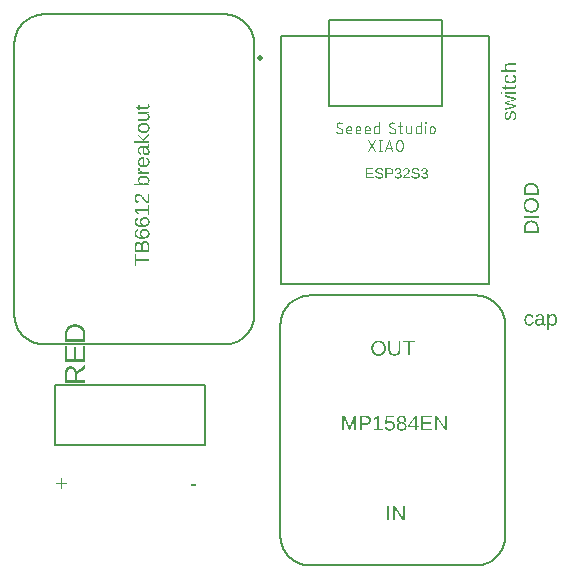
<source format=gbr>
G04 EAGLE Gerber RS-274X export*
G75*
%MOMM*%
%FSLAX34Y34*%
%LPD*%
%INSilkscreen Top*%
%IPPOS*%
%AMOC8*
5,1,8,0,0,1.08239X$1,22.5*%
G01*
G04 Define Apertures*
%ADD10C,0.127000*%
%ADD11C,0.076200*%
%ADD12C,0.508000*%
%ADD13C,0.152400*%
G36*
X610772Y454660D02*
X609601Y454660D01*
X609601Y463303D01*
X613238Y463303D01*
X613591Y463292D01*
X613924Y463260D01*
X614236Y463207D01*
X614528Y463133D01*
X614799Y463037D01*
X615049Y462920D01*
X615280Y462782D01*
X615489Y462622D01*
X615676Y462443D01*
X615838Y462247D01*
X615975Y462033D01*
X616087Y461802D01*
X616174Y461553D01*
X616237Y461287D01*
X616274Y461003D01*
X616287Y460702D01*
X616274Y460403D01*
X616237Y460120D01*
X616174Y459853D01*
X616086Y459601D01*
X615974Y459365D01*
X615836Y459145D01*
X615674Y458940D01*
X615486Y458751D01*
X615277Y458582D01*
X615050Y458435D01*
X614805Y458310D01*
X614542Y458209D01*
X614261Y458129D01*
X613963Y458073D01*
X613646Y458039D01*
X613312Y458028D01*
X610772Y458028D01*
X610772Y454660D01*
G37*
%LPC*%
G36*
X613146Y458954D02*
X613384Y458961D01*
X613606Y458981D01*
X613813Y459015D01*
X614005Y459062D01*
X614181Y459123D01*
X614342Y459198D01*
X614488Y459286D01*
X614618Y459388D01*
X614733Y459503D01*
X614833Y459632D01*
X614917Y459774D01*
X614986Y459930D01*
X615040Y460100D01*
X615078Y460283D01*
X615101Y460480D01*
X615109Y460690D01*
X615101Y460893D01*
X615077Y461082D01*
X615038Y461259D01*
X614983Y461422D01*
X614912Y461573D01*
X614826Y461710D01*
X614724Y461834D01*
X614606Y461946D01*
X614472Y462044D01*
X614323Y462129D01*
X614158Y462201D01*
X613977Y462260D01*
X613781Y462305D01*
X613568Y462338D01*
X613341Y462358D01*
X613097Y462364D01*
X610772Y462364D01*
X610772Y458954D01*
X613146Y458954D01*
G37*
%LPD*%
G36*
X599659Y454660D02*
X592851Y454660D01*
X592851Y463303D01*
X599408Y463303D01*
X599408Y462346D01*
X594022Y462346D01*
X594022Y459573D01*
X599040Y459573D01*
X599040Y458629D01*
X594022Y458629D01*
X594022Y455617D01*
X599659Y455617D01*
X599659Y454660D01*
G37*
G36*
X604427Y454537D02*
X604043Y454546D01*
X603679Y454572D01*
X603336Y454615D01*
X603014Y454675D01*
X602712Y454752D01*
X602432Y454846D01*
X602172Y454958D01*
X601932Y455086D01*
X601714Y455232D01*
X601516Y455395D01*
X601339Y455575D01*
X601183Y455773D01*
X601047Y455987D01*
X600933Y456219D01*
X600839Y456467D01*
X600765Y456733D01*
X601900Y456960D01*
X601956Y456772D01*
X602026Y456597D01*
X602110Y456434D01*
X602207Y456285D01*
X602318Y456148D01*
X602443Y456025D01*
X602582Y455914D01*
X602734Y455816D01*
X602901Y455731D01*
X603082Y455657D01*
X603278Y455594D01*
X603487Y455543D01*
X603712Y455503D01*
X603950Y455474D01*
X604470Y455451D01*
X604746Y455457D01*
X605005Y455476D01*
X605249Y455506D01*
X605476Y455549D01*
X605686Y455603D01*
X605881Y455670D01*
X606059Y455750D01*
X606222Y455841D01*
X606366Y455944D01*
X606491Y456058D01*
X606597Y456184D01*
X606684Y456322D01*
X606751Y456470D01*
X606800Y456630D01*
X606829Y456802D01*
X606838Y456985D01*
X606826Y457186D01*
X606790Y457368D01*
X606729Y457530D01*
X606645Y457672D01*
X606539Y457798D01*
X606413Y457913D01*
X606267Y458016D01*
X606102Y458107D01*
X605719Y458265D01*
X605268Y458396D01*
X604194Y458647D01*
X603713Y458761D01*
X603293Y458874D01*
X602936Y458988D01*
X602639Y459101D01*
X602388Y459218D01*
X602165Y459341D01*
X601969Y459471D01*
X601802Y459607D01*
X601658Y459753D01*
X601531Y459910D01*
X601423Y460079D01*
X601333Y460260D01*
X601262Y460454D01*
X601211Y460662D01*
X601180Y460884D01*
X601170Y461119D01*
X601184Y461389D01*
X601223Y461642D01*
X601290Y461880D01*
X601383Y462102D01*
X601502Y462308D01*
X601648Y462498D01*
X601821Y462672D01*
X602020Y462831D01*
X602244Y462971D01*
X602490Y463094D01*
X602760Y463197D01*
X603053Y463281D01*
X603368Y463347D01*
X603707Y463394D01*
X604068Y463422D01*
X604452Y463432D01*
X604809Y463425D01*
X605145Y463403D01*
X605459Y463368D01*
X605751Y463319D01*
X606021Y463256D01*
X606270Y463178D01*
X606498Y463086D01*
X606703Y462981D01*
X606891Y462858D01*
X607064Y462716D01*
X607222Y462553D01*
X607366Y462371D01*
X607495Y462169D01*
X607610Y461947D01*
X607710Y461706D01*
X607795Y461444D01*
X606642Y461242D01*
X606525Y461562D01*
X606366Y461835D01*
X606163Y462060D01*
X605918Y462239D01*
X605626Y462374D01*
X605282Y462471D01*
X604886Y462529D01*
X604440Y462548D01*
X603952Y462527D01*
X603526Y462462D01*
X603336Y462414D01*
X603161Y462355D01*
X603001Y462285D01*
X602857Y462205D01*
X602729Y462114D01*
X602618Y462012D01*
X602524Y461900D01*
X602448Y461777D01*
X602388Y461644D01*
X602345Y461500D01*
X602320Y461345D01*
X602311Y461180D01*
X602324Y460990D01*
X602364Y460816D01*
X602430Y460660D01*
X602523Y460521D01*
X602640Y460396D01*
X602781Y460280D01*
X602946Y460175D01*
X603133Y460079D01*
X603382Y459984D01*
X603730Y459878D01*
X604722Y459635D01*
X605516Y459448D01*
X605903Y459343D01*
X606274Y459221D01*
X606624Y459077D01*
X606952Y458911D01*
X607247Y458713D01*
X607501Y458475D01*
X607611Y458341D01*
X607708Y458195D01*
X607793Y458037D01*
X607866Y457868D01*
X607923Y457686D01*
X607965Y457488D01*
X607989Y457275D01*
X607997Y457046D01*
X607983Y456756D01*
X607939Y456482D01*
X607866Y456225D01*
X607764Y455985D01*
X607632Y455762D01*
X607471Y455556D01*
X607281Y455366D01*
X607062Y455194D01*
X606816Y455040D01*
X606547Y454907D01*
X606253Y454794D01*
X605936Y454701D01*
X605594Y454630D01*
X605229Y454578D01*
X604840Y454548D01*
X604427Y454537D01*
G37*
G36*
X635146Y454537D02*
X634762Y454546D01*
X634398Y454572D01*
X634055Y454615D01*
X633733Y454675D01*
X633431Y454752D01*
X633150Y454846D01*
X632890Y454958D01*
X632651Y455086D01*
X632433Y455232D01*
X632235Y455395D01*
X632058Y455575D01*
X631902Y455773D01*
X631766Y455987D01*
X631651Y456219D01*
X631557Y456467D01*
X631484Y456733D01*
X632619Y456960D01*
X632675Y456772D01*
X632745Y456597D01*
X632828Y456434D01*
X632926Y456285D01*
X633037Y456148D01*
X633162Y456025D01*
X633301Y455914D01*
X633453Y455816D01*
X633620Y455731D01*
X633801Y455657D01*
X633996Y455594D01*
X634206Y455543D01*
X634430Y455503D01*
X634669Y455474D01*
X635189Y455451D01*
X635465Y455457D01*
X635724Y455476D01*
X635967Y455506D01*
X636194Y455549D01*
X636405Y455603D01*
X636600Y455670D01*
X636778Y455750D01*
X636940Y455841D01*
X637085Y455944D01*
X637210Y456058D01*
X637316Y456184D01*
X637403Y456322D01*
X637470Y456470D01*
X637518Y456630D01*
X637547Y456802D01*
X637557Y456985D01*
X637545Y457186D01*
X637509Y457368D01*
X637448Y457530D01*
X637364Y457672D01*
X637257Y457798D01*
X637131Y457913D01*
X636986Y458016D01*
X636821Y458107D01*
X636437Y458265D01*
X635987Y458396D01*
X634913Y458647D01*
X634432Y458761D01*
X634012Y458874D01*
X633654Y458988D01*
X633358Y459101D01*
X633107Y459218D01*
X632884Y459341D01*
X632688Y459471D01*
X632521Y459607D01*
X632377Y459753D01*
X632250Y459910D01*
X632142Y460079D01*
X632052Y460260D01*
X631980Y460454D01*
X631930Y460662D01*
X631899Y460884D01*
X631889Y461119D01*
X631902Y461389D01*
X631942Y461642D01*
X632009Y461880D01*
X632101Y462102D01*
X632221Y462308D01*
X632367Y462498D01*
X632540Y462672D01*
X632739Y462831D01*
X632962Y462971D01*
X633209Y463094D01*
X633479Y463197D01*
X633771Y463281D01*
X634087Y463347D01*
X634425Y463394D01*
X634787Y463422D01*
X635171Y463432D01*
X635528Y463425D01*
X635864Y463403D01*
X636177Y463368D01*
X636470Y463319D01*
X636740Y463256D01*
X636989Y463178D01*
X637216Y463086D01*
X637422Y462981D01*
X637609Y462858D01*
X637782Y462716D01*
X637941Y462553D01*
X638084Y462371D01*
X638214Y462169D01*
X638328Y461947D01*
X638428Y461706D01*
X638514Y461444D01*
X637361Y461242D01*
X637244Y461562D01*
X637085Y461835D01*
X636882Y462060D01*
X636637Y462239D01*
X636344Y462374D01*
X636000Y462471D01*
X635605Y462529D01*
X635159Y462548D01*
X634671Y462527D01*
X634245Y462462D01*
X634054Y462414D01*
X633880Y462355D01*
X633720Y462285D01*
X633576Y462205D01*
X633448Y462114D01*
X633337Y462012D01*
X633243Y461900D01*
X633166Y461777D01*
X633107Y461644D01*
X633064Y461500D01*
X633039Y461345D01*
X633030Y461180D01*
X633043Y460990D01*
X633083Y460816D01*
X633149Y460660D01*
X633242Y460521D01*
X633359Y460396D01*
X633500Y460280D01*
X633664Y460175D01*
X633852Y460079D01*
X634101Y459984D01*
X634448Y459878D01*
X635441Y459635D01*
X636235Y459448D01*
X636622Y459343D01*
X636993Y459221D01*
X637343Y459077D01*
X637670Y458911D01*
X637966Y458713D01*
X638219Y458475D01*
X638330Y458341D01*
X638427Y458195D01*
X638512Y458037D01*
X638584Y457868D01*
X638642Y457686D01*
X638683Y457488D01*
X638708Y457275D01*
X638716Y457046D01*
X638702Y456756D01*
X638658Y456482D01*
X638585Y456225D01*
X638482Y455985D01*
X638351Y455762D01*
X638190Y455556D01*
X638000Y455366D01*
X637781Y455194D01*
X637535Y455040D01*
X637265Y454907D01*
X636972Y454794D01*
X636654Y454701D01*
X636313Y454630D01*
X635948Y454578D01*
X635559Y454548D01*
X635146Y454537D01*
G37*
G36*
X620448Y454537D02*
X620128Y454547D01*
X619824Y454574D01*
X619538Y454621D01*
X619267Y454685D01*
X619014Y454769D01*
X618777Y454870D01*
X618557Y454991D01*
X618353Y455129D01*
X618167Y455286D01*
X618001Y455461D01*
X617855Y455653D01*
X617729Y455863D01*
X617623Y456091D01*
X617537Y456336D01*
X617470Y456600D01*
X617423Y456881D01*
X618564Y456985D01*
X618642Y456625D01*
X618765Y456314D01*
X618933Y456050D01*
X619146Y455835D01*
X619404Y455667D01*
X619549Y455601D01*
X619706Y455547D01*
X619875Y455505D01*
X620054Y455475D01*
X620245Y455457D01*
X620448Y455451D01*
X620650Y455458D01*
X620842Y455477D01*
X621023Y455509D01*
X621192Y455554D01*
X621350Y455612D01*
X621497Y455682D01*
X621633Y455766D01*
X621757Y455862D01*
X621869Y455971D01*
X621965Y456093D01*
X622047Y456227D01*
X622114Y456373D01*
X622166Y456532D01*
X622203Y456703D01*
X622225Y456887D01*
X622233Y457083D01*
X622224Y457254D01*
X622199Y457416D01*
X622156Y457568D01*
X622097Y457711D01*
X622020Y457844D01*
X621927Y457967D01*
X621817Y458080D01*
X621690Y458184D01*
X621546Y458277D01*
X621388Y458357D01*
X621215Y458425D01*
X621026Y458481D01*
X620823Y458524D01*
X620605Y458555D01*
X620371Y458573D01*
X620122Y458580D01*
X619497Y458580D01*
X619497Y459537D01*
X620098Y459537D01*
X620318Y459543D01*
X620526Y459561D01*
X620721Y459592D01*
X620904Y459635D01*
X621073Y459691D01*
X621230Y459759D01*
X621374Y459839D01*
X621506Y459932D01*
X621623Y460036D01*
X621724Y460149D01*
X621810Y460272D01*
X621881Y460404D01*
X621935Y460545D01*
X621974Y460696D01*
X621998Y460857D01*
X622006Y461027D01*
X621999Y461196D01*
X621980Y461355D01*
X621948Y461506D01*
X621904Y461647D01*
X621776Y461903D01*
X621598Y462122D01*
X621490Y462216D01*
X621369Y462298D01*
X621236Y462367D01*
X621091Y462423D01*
X620933Y462467D01*
X620763Y462499D01*
X620581Y462518D01*
X620386Y462524D01*
X620039Y462500D01*
X619726Y462430D01*
X619448Y462313D01*
X619205Y462150D01*
X619004Y461943D01*
X618849Y461699D01*
X618741Y461416D01*
X618681Y461095D01*
X617571Y461180D01*
X617611Y461438D01*
X617672Y461682D01*
X617752Y461911D01*
X617852Y462125D01*
X617972Y462325D01*
X618112Y462510D01*
X618271Y462681D01*
X618451Y462837D01*
X618647Y462976D01*
X618857Y463097D01*
X619080Y463199D01*
X619317Y463283D01*
X619567Y463348D01*
X619830Y463394D01*
X620108Y463422D01*
X620398Y463432D01*
X620715Y463422D01*
X621012Y463394D01*
X621292Y463347D01*
X621554Y463281D01*
X621798Y463196D01*
X622023Y463092D01*
X622230Y462969D01*
X622420Y462827D01*
X622589Y462669D01*
X622735Y462496D01*
X622859Y462307D01*
X622960Y462104D01*
X623039Y461887D01*
X623095Y461654D01*
X623129Y461406D01*
X623140Y461144D01*
X623133Y460941D01*
X623111Y460749D01*
X623075Y460566D01*
X623025Y460393D01*
X622959Y460230D01*
X622880Y460076D01*
X622786Y459932D01*
X622677Y459797D01*
X622555Y459673D01*
X622419Y459559D01*
X622109Y459363D01*
X621746Y459208D01*
X621331Y459095D01*
X621331Y459070D01*
X621566Y459037D01*
X621789Y458991D01*
X621997Y458930D01*
X622193Y458856D01*
X622375Y458768D01*
X622543Y458666D01*
X622698Y458550D01*
X622840Y458420D01*
X622966Y458279D01*
X623076Y458130D01*
X623169Y457971D01*
X623245Y457804D01*
X623304Y457628D01*
X623346Y457443D01*
X623371Y457249D01*
X623380Y457046D01*
X623368Y456756D01*
X623332Y456482D01*
X623273Y456225D01*
X623189Y455985D01*
X623082Y455762D01*
X622952Y455556D01*
X622797Y455366D01*
X622619Y455194D01*
X622419Y455040D01*
X622198Y454907D01*
X621957Y454794D01*
X621696Y454701D01*
X621414Y454630D01*
X621112Y454578D01*
X620790Y454548D01*
X620448Y454537D01*
G37*
G36*
X642791Y454537D02*
X642471Y454547D01*
X642168Y454574D01*
X641881Y454621D01*
X641611Y454685D01*
X641358Y454769D01*
X641121Y454870D01*
X640900Y454991D01*
X640697Y455129D01*
X640511Y455286D01*
X640345Y455461D01*
X640199Y455653D01*
X640073Y455863D01*
X639967Y456091D01*
X639880Y456336D01*
X639814Y456600D01*
X639767Y456881D01*
X640908Y456985D01*
X640986Y456625D01*
X641109Y456314D01*
X641276Y456050D01*
X641489Y455835D01*
X641747Y455667D01*
X641893Y455601D01*
X642050Y455547D01*
X642219Y455505D01*
X642398Y455475D01*
X642589Y455457D01*
X642791Y455451D01*
X642994Y455458D01*
X643186Y455477D01*
X643366Y455509D01*
X643536Y455554D01*
X643694Y455612D01*
X643841Y455682D01*
X643976Y455766D01*
X644101Y455862D01*
X644212Y455971D01*
X644309Y456093D01*
X644391Y456227D01*
X644457Y456373D01*
X644509Y456532D01*
X644547Y456703D01*
X644569Y456887D01*
X644576Y457083D01*
X644568Y457254D01*
X644542Y457416D01*
X644500Y457568D01*
X644441Y457711D01*
X644364Y457844D01*
X644271Y457967D01*
X644161Y458080D01*
X644033Y458184D01*
X643890Y458277D01*
X643732Y458357D01*
X643559Y458425D01*
X643370Y458481D01*
X643167Y458524D01*
X642948Y458555D01*
X642715Y458573D01*
X642466Y458580D01*
X641841Y458580D01*
X641841Y459537D01*
X642442Y459537D01*
X642662Y459543D01*
X642870Y459561D01*
X643065Y459592D01*
X643248Y459635D01*
X643417Y459691D01*
X643574Y459759D01*
X643718Y459839D01*
X643849Y459932D01*
X643967Y460036D01*
X644068Y460149D01*
X644154Y460272D01*
X644224Y460404D01*
X644279Y460545D01*
X644318Y460696D01*
X644342Y460857D01*
X644349Y461027D01*
X644343Y461196D01*
X644324Y461355D01*
X644292Y461506D01*
X644247Y461647D01*
X644120Y461903D01*
X643941Y462122D01*
X643833Y462216D01*
X643713Y462298D01*
X643580Y462367D01*
X643435Y462423D01*
X643277Y462467D01*
X643107Y462499D01*
X642925Y462518D01*
X642730Y462524D01*
X642382Y462500D01*
X642070Y462430D01*
X641792Y462313D01*
X641549Y462150D01*
X641347Y461943D01*
X641193Y461699D01*
X641085Y461416D01*
X641025Y461095D01*
X639914Y461180D01*
X639955Y461438D01*
X640015Y461682D01*
X640096Y461911D01*
X640196Y462125D01*
X640316Y462325D01*
X640456Y462510D01*
X640615Y462681D01*
X640795Y462837D01*
X640991Y462976D01*
X641200Y463097D01*
X641424Y463199D01*
X641660Y463283D01*
X641911Y463348D01*
X642174Y463394D01*
X642451Y463422D01*
X642742Y463432D01*
X643058Y463422D01*
X643356Y463394D01*
X643636Y463347D01*
X643898Y463281D01*
X644141Y463196D01*
X644367Y463092D01*
X644574Y462969D01*
X644763Y462827D01*
X644932Y462669D01*
X645079Y462496D01*
X645203Y462307D01*
X645304Y462104D01*
X645383Y461887D01*
X645439Y461654D01*
X645473Y461406D01*
X645484Y461144D01*
X645477Y460941D01*
X645455Y460749D01*
X645419Y460566D01*
X645368Y460393D01*
X645303Y460230D01*
X645224Y460076D01*
X645130Y459932D01*
X645021Y459797D01*
X644899Y459673D01*
X644763Y459559D01*
X644453Y459363D01*
X644090Y459208D01*
X643675Y459095D01*
X643675Y459070D01*
X643910Y459037D01*
X644132Y458991D01*
X644341Y458930D01*
X644536Y458856D01*
X644718Y458768D01*
X644887Y458666D01*
X645042Y458550D01*
X645184Y458420D01*
X645310Y458279D01*
X645420Y458130D01*
X645512Y457971D01*
X645588Y457804D01*
X645647Y457628D01*
X645690Y457443D01*
X645715Y457249D01*
X645723Y457046D01*
X645711Y456756D01*
X645676Y456482D01*
X645616Y456225D01*
X645533Y455985D01*
X645426Y455762D01*
X645296Y455556D01*
X645141Y455366D01*
X644963Y455194D01*
X644762Y455040D01*
X644542Y454907D01*
X644301Y454794D01*
X644040Y454701D01*
X643758Y454630D01*
X643456Y454578D01*
X643134Y454548D01*
X642791Y454537D01*
G37*
G36*
X630269Y454660D02*
X624546Y454660D01*
X624546Y455439D01*
X624711Y455787D01*
X624893Y456115D01*
X625092Y456421D01*
X625309Y456706D01*
X625772Y457229D01*
X626257Y457699D01*
X626752Y458128D01*
X627241Y458524D01*
X627705Y458905D01*
X628122Y459285D01*
X628309Y459478D01*
X628477Y459675D01*
X628626Y459876D01*
X628757Y460082D01*
X628863Y460298D01*
X628938Y460527D01*
X628984Y460770D01*
X628999Y461027D01*
X628992Y461200D01*
X628973Y461363D01*
X628940Y461516D01*
X628895Y461659D01*
X628836Y461792D01*
X628764Y461915D01*
X628582Y462131D01*
X628353Y462303D01*
X628083Y462426D01*
X627933Y462469D01*
X627773Y462499D01*
X627603Y462518D01*
X627422Y462524D01*
X627085Y462500D01*
X626779Y462428D01*
X626504Y462308D01*
X626260Y462140D01*
X626055Y461929D01*
X625897Y461680D01*
X625787Y461391D01*
X625723Y461064D01*
X624595Y461168D01*
X624635Y461421D01*
X624696Y461660D01*
X624776Y461886D01*
X624876Y462099D01*
X624996Y462299D01*
X625136Y462485D01*
X625295Y462658D01*
X625475Y462818D01*
X625671Y462962D01*
X625881Y463087D01*
X626104Y463192D01*
X626341Y463278D01*
X626591Y463345D01*
X626854Y463393D01*
X627132Y463422D01*
X627422Y463432D01*
X627740Y463422D01*
X628038Y463393D01*
X628317Y463345D01*
X628578Y463278D01*
X628820Y463191D01*
X629042Y463085D01*
X629246Y462960D01*
X629431Y462815D01*
X629596Y462653D01*
X629739Y462475D01*
X629859Y462280D01*
X629958Y462069D01*
X630035Y461842D01*
X630090Y461599D01*
X630123Y461340D01*
X630134Y461064D01*
X630119Y460813D01*
X630076Y460562D01*
X630004Y460313D01*
X629904Y460064D01*
X629775Y459816D01*
X629618Y459567D01*
X629433Y459319D01*
X629220Y459070D01*
X628941Y458788D01*
X628559Y458437D01*
X627484Y457531D01*
X626850Y456982D01*
X626361Y456491D01*
X626167Y456262D01*
X626002Y456036D01*
X625867Y455815D01*
X625760Y455599D01*
X630269Y455599D01*
X630269Y454660D01*
G37*
G36*
X409764Y392204D02*
X397423Y392204D01*
X397423Y396688D01*
X397435Y397214D01*
X397470Y397706D01*
X397529Y398164D01*
X397610Y398589D01*
X397716Y398979D01*
X397844Y399335D01*
X397997Y399658D01*
X398172Y399946D01*
X398371Y400201D01*
X398593Y400421D01*
X398839Y400608D01*
X399108Y400761D01*
X399401Y400879D01*
X399717Y400964D01*
X400056Y401015D01*
X400419Y401032D01*
X400687Y401023D01*
X400944Y400994D01*
X401191Y400946D01*
X401426Y400879D01*
X401650Y400793D01*
X401864Y400687D01*
X402066Y400563D01*
X402258Y400419D01*
X402436Y400258D01*
X402528Y400158D01*
X402600Y400081D01*
X402747Y399888D01*
X402880Y399679D01*
X402997Y399454D01*
X403099Y399214D01*
X403185Y398957D01*
X403256Y398685D01*
X403310Y399042D01*
X403384Y399378D01*
X403477Y399694D01*
X403590Y399988D01*
X403723Y400261D01*
X403876Y400513D01*
X404049Y400744D01*
X404138Y400840D01*
X404242Y400953D01*
X404451Y401140D01*
X404673Y401302D01*
X404909Y401439D01*
X405158Y401551D01*
X405420Y401638D01*
X405696Y401701D01*
X405985Y401738D01*
X406287Y401750D01*
X406687Y401732D01*
X407064Y401675D01*
X407419Y401582D01*
X407751Y401450D01*
X408059Y401282D01*
X408345Y401075D01*
X408609Y400832D01*
X408849Y400550D01*
X409063Y400236D01*
X409249Y399892D01*
X409407Y399519D01*
X409535Y399116D01*
X409635Y398684D01*
X409707Y398223D01*
X409750Y397733D01*
X409764Y397213D01*
X409764Y392204D01*
G37*
%LPC*%
G36*
X408424Y393876D02*
X408424Y397126D01*
X408415Y397496D01*
X408388Y397840D01*
X408344Y398158D01*
X408282Y398451D01*
X408202Y398717D01*
X408104Y398957D01*
X407988Y399171D01*
X407855Y399359D01*
X407704Y399524D01*
X407535Y399666D01*
X407349Y399786D01*
X407145Y399885D01*
X406924Y399961D01*
X406685Y400016D01*
X406429Y400049D01*
X406156Y400060D01*
X405891Y400048D01*
X405644Y400012D01*
X405414Y399952D01*
X405201Y399868D01*
X405005Y399761D01*
X404827Y399629D01*
X404665Y399473D01*
X404520Y399294D01*
X404392Y399090D01*
X404281Y398863D01*
X404188Y398611D01*
X404111Y398336D01*
X404051Y398036D01*
X404009Y397713D01*
X403983Y397366D01*
X403975Y396994D01*
X403975Y393876D01*
X408424Y393876D01*
G37*
G36*
X402670Y393876D02*
X402670Y396688D01*
X402662Y397012D01*
X402638Y397316D01*
X402599Y397598D01*
X402544Y397858D01*
X402473Y398098D01*
X402386Y398316D01*
X402284Y398513D01*
X402166Y398689D01*
X402032Y398844D01*
X401881Y398979D01*
X401713Y399092D01*
X401528Y399185D01*
X401326Y399258D01*
X401108Y399309D01*
X400872Y399340D01*
X400620Y399351D01*
X400379Y399340D01*
X400156Y399308D01*
X399951Y399254D01*
X399764Y399180D01*
X399594Y399084D01*
X399443Y398966D01*
X399309Y398827D01*
X399192Y398667D01*
X399092Y398487D01*
X399005Y398287D01*
X398931Y398069D01*
X398871Y397831D01*
X398824Y397574D01*
X398790Y397298D01*
X398770Y397002D01*
X398763Y396688D01*
X398763Y393876D01*
X402670Y393876D01*
G37*
%LPD*%
G36*
X409764Y448732D02*
X409465Y448755D01*
X409039Y448771D01*
X407811Y448785D01*
X396766Y448785D01*
X396766Y450361D01*
X400471Y450361D01*
X401091Y450352D01*
X401811Y450326D01*
X401811Y450361D01*
X401388Y450598D01*
X401201Y450730D01*
X401030Y450870D01*
X400875Y451020D01*
X400736Y451178D01*
X400613Y451345D01*
X400506Y451522D01*
X400414Y451708D01*
X400334Y451905D01*
X400266Y452112D01*
X400211Y452331D01*
X400168Y452560D01*
X400137Y452800D01*
X400118Y453051D01*
X400112Y453313D01*
X400131Y453747D01*
X400188Y454151D01*
X400282Y454526D01*
X400414Y454871D01*
X400584Y455186D01*
X400792Y455471D01*
X401038Y455727D01*
X401321Y455953D01*
X401642Y456152D01*
X402003Y456323D01*
X402402Y456468D01*
X402840Y456587D01*
X403317Y456680D01*
X403833Y456746D01*
X404388Y456785D01*
X404982Y456799D01*
X405582Y456785D01*
X406144Y456744D01*
X406667Y456676D01*
X407151Y456581D01*
X407596Y456458D01*
X408003Y456308D01*
X408371Y456131D01*
X408700Y455927D01*
X408990Y455696D01*
X409242Y455437D01*
X409455Y455151D01*
X409629Y454838D01*
X409765Y454497D01*
X409862Y454130D01*
X409920Y453735D01*
X409939Y453313D01*
X409933Y453049D01*
X409915Y452797D01*
X409884Y452556D01*
X409842Y452326D01*
X409787Y452108D01*
X409720Y451901D01*
X409641Y451706D01*
X409549Y451522D01*
X409445Y451347D01*
X409325Y451181D01*
X409190Y451024D01*
X409040Y450875D01*
X408696Y450601D01*
X408293Y450361D01*
X408293Y450344D01*
X409120Y450309D01*
X409764Y450256D01*
X409764Y448732D01*
G37*
%LPC*%
G36*
X405131Y450361D02*
X405582Y450370D01*
X406003Y450398D01*
X406393Y450445D01*
X406752Y450510D01*
X407081Y450594D01*
X407380Y450696D01*
X407648Y450817D01*
X407885Y450957D01*
X408094Y451117D01*
X408274Y451301D01*
X408427Y451508D01*
X408552Y451738D01*
X408649Y451992D01*
X408719Y452269D01*
X408760Y452569D01*
X408774Y452892D01*
X408761Y453180D01*
X408719Y453447D01*
X408651Y453693D01*
X408554Y453918D01*
X408430Y454123D01*
X408279Y454307D01*
X408100Y454471D01*
X407894Y454613D01*
X407657Y454738D01*
X407385Y454845D01*
X407079Y454936D01*
X406739Y455011D01*
X406364Y455069D01*
X405955Y455110D01*
X405512Y455135D01*
X405034Y455143D01*
X404555Y455135D01*
X404111Y455110D01*
X403702Y455069D01*
X403329Y455012D01*
X402991Y454938D01*
X402688Y454848D01*
X402420Y454741D01*
X402188Y454618D01*
X401987Y454476D01*
X401812Y454314D01*
X401665Y454131D01*
X401544Y453928D01*
X401450Y453704D01*
X401383Y453460D01*
X401343Y453195D01*
X401330Y452910D01*
X401344Y452588D01*
X401386Y452289D01*
X401458Y452013D01*
X401557Y451759D01*
X401685Y451528D01*
X401842Y451319D01*
X402027Y451133D01*
X402240Y450970D01*
X402485Y450827D01*
X402763Y450703D01*
X403074Y450599D01*
X403418Y450513D01*
X403796Y450447D01*
X404208Y450399D01*
X404653Y450371D01*
X405131Y450361D01*
G37*
%LPD*%
G36*
X405017Y493204D02*
X404423Y493221D01*
X403867Y493270D01*
X403350Y493353D01*
X402871Y493470D01*
X402430Y493619D01*
X402028Y493801D01*
X401664Y494017D01*
X401338Y494266D01*
X401051Y494548D01*
X400802Y494863D01*
X400591Y495212D01*
X400419Y495594D01*
X400285Y496008D01*
X400189Y496456D01*
X400131Y496938D01*
X400112Y497452D01*
X400131Y497977D01*
X400187Y498466D01*
X400280Y498920D01*
X400411Y499337D01*
X400579Y499719D01*
X400785Y500065D01*
X401027Y500375D01*
X401308Y500649D01*
X401627Y500889D01*
X401988Y501097D01*
X402390Y501273D01*
X402833Y501417D01*
X403317Y501530D01*
X403842Y501610D01*
X404409Y501658D01*
X405017Y501674D01*
X405619Y501657D01*
X406181Y501605D01*
X406704Y501520D01*
X407187Y501400D01*
X407630Y501246D01*
X408034Y501058D01*
X408398Y500835D01*
X408722Y500579D01*
X409007Y500290D01*
X409254Y499970D01*
X409464Y499619D01*
X409635Y499237D01*
X409768Y498824D01*
X409863Y498380D01*
X409920Y497905D01*
X409939Y497399D01*
X409919Y496896D01*
X409860Y496425D01*
X409761Y495985D01*
X409623Y495578D01*
X409445Y495202D01*
X409227Y494857D01*
X408970Y494545D01*
X408674Y494264D01*
X408340Y494016D01*
X407970Y493800D01*
X407566Y493618D01*
X407127Y493469D01*
X406652Y493353D01*
X406142Y493270D01*
X405597Y493221D01*
X405017Y493204D01*
G37*
%LPC*%
G36*
X405017Y494859D02*
X405471Y494869D01*
X405896Y494898D01*
X406291Y494945D01*
X406658Y495012D01*
X406995Y495097D01*
X407304Y495202D01*
X407583Y495326D01*
X407833Y495468D01*
X408053Y495631D01*
X408245Y495816D01*
X408407Y496023D01*
X408539Y496251D01*
X408642Y496501D01*
X408715Y496773D01*
X408760Y497067D01*
X408774Y497382D01*
X408760Y497724D01*
X408717Y498041D01*
X408646Y498332D01*
X408547Y498598D01*
X408418Y498839D01*
X408262Y499055D01*
X408077Y499245D01*
X407863Y499410D01*
X407620Y499552D01*
X407344Y499676D01*
X407036Y499780D01*
X406696Y499866D01*
X406325Y499933D01*
X405921Y499980D01*
X405485Y500009D01*
X405017Y500018D01*
X404543Y500009D01*
X404103Y499982D01*
X403696Y499936D01*
X403323Y499873D01*
X402984Y499791D01*
X402678Y499691D01*
X402405Y499572D01*
X402166Y499436D01*
X401958Y499278D01*
X401777Y499095D01*
X401624Y498888D01*
X401499Y498655D01*
X401402Y498398D01*
X401333Y498116D01*
X401291Y497810D01*
X401277Y497478D01*
X401291Y497144D01*
X401334Y496834D01*
X401404Y496548D01*
X401504Y496286D01*
X401631Y496048D01*
X401787Y495834D01*
X401971Y495643D01*
X402184Y495477D01*
X402426Y495332D01*
X402701Y495207D01*
X403007Y495101D01*
X403345Y495014D01*
X403715Y494946D01*
X404117Y494898D01*
X404551Y494869D01*
X405017Y494859D01*
G37*
%LPD*%
G36*
X403878Y403612D02*
X403100Y403630D01*
X402369Y403683D01*
X401683Y403773D01*
X401045Y403899D01*
X400453Y404060D01*
X399907Y404257D01*
X399408Y404490D01*
X398956Y404759D01*
X398554Y405061D01*
X398205Y405394D01*
X397910Y405756D01*
X397668Y406150D01*
X397481Y406573D01*
X397407Y406796D01*
X397347Y407027D01*
X397300Y407265D01*
X397266Y407511D01*
X397246Y407765D01*
X397239Y408026D01*
X397249Y408367D01*
X397279Y408692D01*
X397328Y409001D01*
X397396Y409294D01*
X397485Y409570D01*
X397593Y409831D01*
X397720Y410075D01*
X397868Y410303D01*
X398035Y410515D01*
X398221Y410711D01*
X398427Y410891D01*
X398653Y411054D01*
X398899Y411202D01*
X399164Y411333D01*
X399449Y411448D01*
X399753Y411547D01*
X400025Y410041D01*
X399671Y409907D01*
X399365Y409739D01*
X399107Y409537D01*
X398895Y409300D01*
X398730Y409029D01*
X398612Y408723D01*
X398542Y408383D01*
X398518Y408009D01*
X398538Y407681D01*
X398597Y407372D01*
X398695Y407083D01*
X398832Y406812D01*
X399009Y406560D01*
X399225Y406328D01*
X399480Y406114D01*
X399775Y405920D01*
X400107Y405746D01*
X400474Y405596D01*
X400876Y405469D01*
X401313Y405365D01*
X401786Y405284D01*
X402293Y405226D01*
X402836Y405191D01*
X403414Y405180D01*
X403039Y405416D01*
X402712Y405696D01*
X402433Y406020D01*
X402201Y406388D01*
X402019Y406792D01*
X401889Y407225D01*
X401844Y407452D01*
X401811Y407686D01*
X401791Y407927D01*
X401785Y408175D01*
X401802Y408591D01*
X401852Y408985D01*
X401935Y409357D01*
X402052Y409707D01*
X402202Y410034D01*
X402386Y410340D01*
X402603Y410624D01*
X402854Y410886D01*
X403132Y411121D01*
X403434Y411324D01*
X403758Y411497D01*
X404106Y411638D01*
X404477Y411748D01*
X404870Y411826D01*
X405287Y411873D01*
X405726Y411889D01*
X406202Y411872D01*
X406651Y411822D01*
X407075Y411740D01*
X407474Y411624D01*
X407846Y411475D01*
X408193Y411292D01*
X408514Y411077D01*
X408809Y410829D01*
X409074Y410551D01*
X409304Y410249D01*
X409498Y409921D01*
X409657Y409568D01*
X409780Y409189D01*
X409869Y408786D01*
X409922Y408357D01*
X409939Y407903D01*
X409933Y407647D01*
X409915Y407398D01*
X409842Y406922D01*
X409721Y406478D01*
X409552Y406064D01*
X409334Y405681D01*
X409067Y405328D01*
X408752Y405007D01*
X408389Y404715D01*
X407979Y404457D01*
X407526Y404233D01*
X407028Y404043D01*
X406486Y403888D01*
X405900Y403767D01*
X405270Y403681D01*
X404596Y403629D01*
X403878Y403612D01*
G37*
%LPC*%
G36*
X405420Y405337D02*
X405769Y405348D01*
X406101Y405381D01*
X406418Y405436D01*
X406718Y405513D01*
X407002Y405613D01*
X407271Y405734D01*
X407523Y405877D01*
X407758Y406042D01*
X407972Y406225D01*
X408157Y406420D01*
X408313Y406627D01*
X408441Y406847D01*
X408541Y407079D01*
X408612Y407324D01*
X408655Y407581D01*
X408669Y407851D01*
X408657Y408128D01*
X408621Y408390D01*
X408561Y408636D01*
X408478Y408867D01*
X408370Y409083D01*
X408238Y409283D01*
X408082Y409468D01*
X407903Y409638D01*
X407702Y409790D01*
X407484Y409921D01*
X407247Y410033D01*
X406993Y410124D01*
X406721Y410195D01*
X406431Y410245D01*
X406122Y410276D01*
X405796Y410286D01*
X405471Y410276D01*
X405165Y410245D01*
X404878Y410193D01*
X404610Y410122D01*
X404361Y410029D01*
X404131Y409916D01*
X403921Y409783D01*
X403729Y409629D01*
X403559Y409457D01*
X403411Y409268D01*
X403286Y409064D01*
X403184Y408843D01*
X403105Y408606D01*
X403048Y408353D01*
X403014Y408084D01*
X403002Y407798D01*
X403012Y407529D01*
X403043Y407273D01*
X403093Y407030D01*
X403163Y406801D01*
X403254Y406585D01*
X403365Y406382D01*
X403495Y406192D01*
X403646Y406016D01*
X403815Y405857D01*
X403998Y405719D01*
X404197Y405602D01*
X404411Y405507D01*
X404641Y405433D01*
X404885Y405380D01*
X405145Y405348D01*
X405420Y405337D01*
G37*
%LPD*%
G36*
X403878Y413581D02*
X403100Y413598D01*
X402369Y413652D01*
X401683Y413742D01*
X401045Y413867D01*
X400453Y414029D01*
X399907Y414226D01*
X399408Y414459D01*
X398956Y414728D01*
X398554Y415030D01*
X398205Y415362D01*
X397910Y415725D01*
X397668Y416118D01*
X397481Y416542D01*
X397407Y416765D01*
X397347Y416996D01*
X397300Y417234D01*
X397266Y417480D01*
X397246Y417734D01*
X397239Y417995D01*
X397249Y418336D01*
X397279Y418661D01*
X397328Y418970D01*
X397396Y419263D01*
X397485Y419539D01*
X397593Y419800D01*
X397720Y420044D01*
X397868Y420272D01*
X398035Y420484D01*
X398221Y420680D01*
X398427Y420860D01*
X398653Y421023D01*
X398899Y421170D01*
X399164Y421302D01*
X399449Y421417D01*
X399753Y421516D01*
X400025Y420009D01*
X399671Y419876D01*
X399365Y419708D01*
X399107Y419506D01*
X398895Y419269D01*
X398730Y418998D01*
X398612Y418692D01*
X398542Y418352D01*
X398518Y417977D01*
X398538Y417650D01*
X398597Y417341D01*
X398695Y417051D01*
X398832Y416781D01*
X399009Y416529D01*
X399225Y416296D01*
X399480Y416083D01*
X399775Y415888D01*
X400107Y415715D01*
X400474Y415565D01*
X400876Y415437D01*
X401313Y415333D01*
X401786Y415252D01*
X402293Y415195D01*
X402836Y415160D01*
X403414Y415148D01*
X403039Y415385D01*
X402712Y415665D01*
X402433Y415989D01*
X402201Y416357D01*
X402019Y416761D01*
X401889Y417193D01*
X401844Y417420D01*
X401811Y417654D01*
X401791Y417895D01*
X401785Y418144D01*
X401802Y418560D01*
X401852Y418954D01*
X401935Y419326D01*
X402052Y419675D01*
X402202Y420003D01*
X402386Y420309D01*
X402603Y420593D01*
X402854Y420854D01*
X403132Y421090D01*
X403434Y421293D01*
X403758Y421466D01*
X404106Y421607D01*
X404477Y421716D01*
X404870Y421795D01*
X405287Y421842D01*
X405726Y421857D01*
X406202Y421841D01*
X406651Y421791D01*
X407075Y421708D01*
X407474Y421592D01*
X407846Y421443D01*
X408193Y421261D01*
X408514Y421046D01*
X408809Y420798D01*
X409074Y420520D01*
X409304Y420217D01*
X409498Y419889D01*
X409657Y419536D01*
X409780Y419158D01*
X409869Y418755D01*
X409922Y418326D01*
X409939Y417872D01*
X409933Y417615D01*
X409915Y417366D01*
X409842Y416891D01*
X409721Y416447D01*
X409552Y416033D01*
X409334Y415650D01*
X409067Y415297D01*
X408752Y414975D01*
X408389Y414684D01*
X407979Y414425D01*
X407526Y414201D01*
X407028Y414012D01*
X406486Y413856D01*
X405900Y413736D01*
X405270Y413649D01*
X404596Y413598D01*
X403878Y413581D01*
G37*
%LPC*%
G36*
X405420Y415306D02*
X405769Y415317D01*
X406101Y415350D01*
X406418Y415405D01*
X406718Y415482D01*
X407002Y415581D01*
X407271Y415703D01*
X407523Y415846D01*
X407758Y416011D01*
X407972Y416194D01*
X408157Y416388D01*
X408313Y416596D01*
X408441Y416816D01*
X408541Y417048D01*
X408612Y417293D01*
X408655Y417550D01*
X408669Y417820D01*
X408657Y418097D01*
X408621Y418358D01*
X408561Y418605D01*
X408478Y418836D01*
X408370Y419051D01*
X408238Y419252D01*
X408082Y419437D01*
X407903Y419606D01*
X407702Y419758D01*
X407484Y419890D01*
X407247Y420001D01*
X406993Y420092D01*
X406721Y420163D01*
X406431Y420214D01*
X406122Y420244D01*
X405796Y420255D01*
X405471Y420244D01*
X405165Y420213D01*
X404878Y420162D01*
X404610Y420090D01*
X404361Y419998D01*
X404131Y419885D01*
X403921Y419752D01*
X403729Y419598D01*
X403559Y419425D01*
X403411Y419237D01*
X403286Y419032D01*
X403184Y418812D01*
X403105Y418575D01*
X403048Y418322D01*
X403014Y418052D01*
X403002Y417767D01*
X403012Y417498D01*
X403043Y417242D01*
X403093Y416999D01*
X403163Y416770D01*
X403254Y416554D01*
X403365Y416351D01*
X403495Y416161D01*
X403646Y415985D01*
X403815Y415826D01*
X403998Y415688D01*
X404197Y415571D01*
X404411Y415476D01*
X404641Y415401D01*
X404885Y415348D01*
X405145Y415317D01*
X405420Y415306D01*
G37*
%LPD*%
G36*
X407119Y474275D02*
X406762Y474290D01*
X406426Y474336D01*
X406111Y474411D01*
X405818Y474517D01*
X405547Y474653D01*
X405296Y474820D01*
X405067Y475016D01*
X404859Y475243D01*
X404674Y475504D01*
X404511Y475801D01*
X404372Y476136D01*
X404255Y476508D01*
X404161Y476917D01*
X404091Y477362D01*
X404043Y477846D01*
X404018Y478366D01*
X403983Y480494D01*
X403467Y480494D01*
X403188Y480486D01*
X402930Y480463D01*
X402692Y480425D01*
X402475Y480371D01*
X402278Y480302D01*
X402102Y480218D01*
X401946Y480118D01*
X401811Y480003D01*
X401694Y479872D01*
X401593Y479723D01*
X401507Y479557D01*
X401437Y479373D01*
X401382Y479171D01*
X401343Y478952D01*
X401320Y478716D01*
X401312Y478462D01*
X401334Y477968D01*
X401363Y477748D01*
X401402Y477547D01*
X401452Y477363D01*
X401514Y477197D01*
X401587Y477050D01*
X401671Y476920D01*
X401768Y476806D01*
X401878Y476704D01*
X402001Y476613D01*
X402138Y476535D01*
X402288Y476469D01*
X402451Y476415D01*
X402628Y476372D01*
X402819Y476342D01*
X402670Y474696D01*
X402360Y474758D01*
X402070Y474843D01*
X401800Y474952D01*
X401551Y475084D01*
X401321Y475240D01*
X401111Y475419D01*
X400921Y475622D01*
X400751Y475848D01*
X400602Y476097D01*
X400472Y476369D01*
X400362Y476666D01*
X400272Y476985D01*
X400202Y477328D01*
X400152Y477694D01*
X400122Y478084D01*
X400112Y478497D01*
X400125Y478930D01*
X400163Y479335D01*
X400227Y479713D01*
X400317Y480063D01*
X400432Y480385D01*
X400573Y480680D01*
X400739Y480947D01*
X400931Y481186D01*
X401147Y481397D01*
X401386Y481581D01*
X401648Y481736D01*
X401933Y481862D01*
X402240Y481961D01*
X402571Y482032D01*
X402924Y482074D01*
X403300Y482088D01*
X407382Y482088D01*
X407710Y482099D01*
X407996Y482134D01*
X408238Y482191D01*
X408437Y482272D01*
X408592Y482385D01*
X408703Y482539D01*
X408770Y482735D01*
X408792Y482973D01*
X408777Y483216D01*
X408731Y483489D01*
X409711Y483489D01*
X409773Y483190D01*
X409817Y482887D01*
X409843Y482581D01*
X409852Y482272D01*
X409844Y482060D01*
X409823Y481864D01*
X409787Y481682D01*
X409737Y481515D01*
X409672Y481364D01*
X409593Y481227D01*
X409500Y481105D01*
X409392Y480998D01*
X409269Y480903D01*
X409129Y480820D01*
X408974Y480747D01*
X408802Y480686D01*
X408613Y480635D01*
X408409Y480594D01*
X407951Y480546D01*
X407951Y480494D01*
X408454Y480179D01*
X408676Y480013D01*
X408878Y479840D01*
X409061Y479662D01*
X409223Y479477D01*
X409365Y479285D01*
X409488Y479088D01*
X409594Y478882D01*
X409685Y478666D01*
X409763Y478438D01*
X409826Y478200D01*
X409876Y477951D01*
X409911Y477691D01*
X409932Y477421D01*
X409939Y477139D01*
X409927Y476794D01*
X409892Y476470D01*
X409833Y476168D01*
X409751Y475889D01*
X409645Y475632D01*
X409516Y475397D01*
X409363Y475184D01*
X409186Y474994D01*
X408989Y474825D01*
X408774Y474679D01*
X408542Y474556D01*
X408293Y474455D01*
X408025Y474376D01*
X407741Y474320D01*
X407439Y474287D01*
X407119Y474275D01*
G37*
%LPC*%
G36*
X407145Y475896D02*
X407332Y475902D01*
X407509Y475922D01*
X407674Y475954D01*
X407828Y476000D01*
X407972Y476058D01*
X408104Y476130D01*
X408226Y476214D01*
X408336Y476312D01*
X408435Y476421D01*
X408520Y476542D01*
X408593Y476674D01*
X408652Y476816D01*
X408698Y476970D01*
X408731Y477135D01*
X408750Y477311D01*
X408757Y477499D01*
X408751Y477712D01*
X408732Y477920D01*
X408658Y478317D01*
X408535Y478691D01*
X408363Y479040D01*
X408147Y479359D01*
X407895Y479643D01*
X407606Y479892D01*
X407281Y480104D01*
X406935Y480275D01*
X406584Y480396D01*
X406227Y480470D01*
X405866Y480494D01*
X405087Y480494D01*
X405122Y478769D01*
X405143Y478246D01*
X405188Y477791D01*
X405257Y477403D01*
X405350Y477082D01*
X405469Y476812D01*
X405617Y476576D01*
X405793Y476372D01*
X405998Y476202D01*
X406234Y476068D01*
X406504Y475972D01*
X406807Y475915D01*
X407145Y475896D01*
G37*
%LPD*%
G36*
X404964Y464307D02*
X404395Y464324D01*
X403859Y464375D01*
X403358Y464461D01*
X402891Y464581D01*
X402458Y464736D01*
X402059Y464925D01*
X401695Y465148D01*
X401365Y465406D01*
X401071Y465695D01*
X400817Y466014D01*
X400601Y466363D01*
X400425Y466740D01*
X400288Y467148D01*
X400190Y467584D01*
X400132Y468050D01*
X400112Y468546D01*
X400132Y469052D01*
X400191Y469525D01*
X400289Y469966D01*
X400427Y470374D01*
X400604Y470749D01*
X400820Y471092D01*
X401076Y471402D01*
X401371Y471679D01*
X401706Y471924D01*
X402079Y472136D01*
X402492Y472316D01*
X402945Y472462D01*
X403437Y472577D01*
X403968Y472658D01*
X404538Y472707D01*
X405148Y472724D01*
X405358Y472724D01*
X405358Y465962D01*
X405754Y465973D01*
X406126Y466004D01*
X406476Y466057D01*
X406801Y466131D01*
X407104Y466225D01*
X407383Y466341D01*
X407639Y466478D01*
X407872Y466636D01*
X408080Y466815D01*
X408259Y467012D01*
X408411Y467230D01*
X408536Y467466D01*
X408632Y467722D01*
X408702Y467998D01*
X408743Y468293D01*
X408757Y468607D01*
X408750Y468857D01*
X408731Y469094D01*
X408699Y469318D01*
X408654Y469530D01*
X408596Y469729D01*
X408525Y469915D01*
X408442Y470089D01*
X408345Y470249D01*
X408126Y470533D01*
X407879Y470767D01*
X407605Y470951D01*
X407303Y471086D01*
X407697Y472470D01*
X407969Y472355D01*
X408223Y472223D01*
X408459Y472075D01*
X408678Y471910D01*
X408879Y471727D01*
X409063Y471528D01*
X409230Y471312D01*
X409379Y471079D01*
X409510Y470829D01*
X409624Y470563D01*
X409720Y470279D01*
X409799Y469978D01*
X409860Y469661D01*
X409904Y469326D01*
X409930Y468975D01*
X409939Y468607D01*
X409920Y468097D01*
X409861Y467619D01*
X409763Y467172D01*
X409626Y466756D01*
X409450Y466371D01*
X409235Y466018D01*
X408980Y465696D01*
X408687Y465406D01*
X408355Y465148D01*
X407984Y464925D01*
X407576Y464736D01*
X407130Y464581D01*
X406646Y464461D01*
X406123Y464375D01*
X405563Y464324D01*
X404964Y464307D01*
G37*
%LPC*%
G36*
X404150Y465980D02*
X404150Y471094D01*
X403788Y471054D01*
X403452Y470998D01*
X403140Y470926D01*
X402855Y470838D01*
X402594Y470735D01*
X402359Y470617D01*
X402149Y470482D01*
X401965Y470332D01*
X401803Y470166D01*
X401664Y469983D01*
X401546Y469782D01*
X401449Y469564D01*
X401374Y469329D01*
X401320Y469076D01*
X401288Y468806D01*
X401277Y468519D01*
X401289Y468240D01*
X401325Y467976D01*
X401385Y467726D01*
X401469Y467491D01*
X401576Y467272D01*
X401708Y467067D01*
X401864Y466877D01*
X402043Y466702D01*
X402244Y466544D01*
X402462Y466406D01*
X402699Y466286D01*
X402953Y466186D01*
X403225Y466106D01*
X403516Y466044D01*
X403824Y466002D01*
X404150Y465980D01*
G37*
%LPD*%
G36*
X409764Y484691D02*
X396766Y484691D01*
X396766Y486267D01*
X404886Y486267D01*
X400287Y490428D01*
X400287Y492276D01*
X404360Y488431D01*
X409764Y492477D01*
X409764Y490629D01*
X405437Y487423D01*
X406392Y486267D01*
X409764Y486267D01*
X409764Y484691D01*
G37*
G36*
X409764Y433541D02*
X408652Y433541D01*
X408154Y433776D01*
X407687Y434036D01*
X407250Y434321D01*
X406843Y434631D01*
X406460Y434957D01*
X406096Y435291D01*
X405751Y435634D01*
X405424Y435984D01*
X404812Y436690D01*
X404246Y437390D01*
X403703Y438052D01*
X403160Y438647D01*
X402885Y438914D01*
X402604Y439154D01*
X402316Y439367D01*
X402021Y439553D01*
X401714Y439705D01*
X401386Y439813D01*
X401039Y439878D01*
X400673Y439899D01*
X400426Y439890D01*
X400193Y439862D01*
X399975Y439815D01*
X399771Y439750D01*
X399581Y439667D01*
X399405Y439564D01*
X399243Y439443D01*
X399096Y439304D01*
X398965Y439147D01*
X398851Y438977D01*
X398755Y438792D01*
X398676Y438592D01*
X398614Y438378D01*
X398571Y438149D01*
X398544Y437906D01*
X398536Y437648D01*
X398544Y437402D01*
X398570Y437167D01*
X398613Y436943D01*
X398672Y436730D01*
X398749Y436528D01*
X398843Y436337D01*
X398955Y436157D01*
X399083Y435989D01*
X399227Y435834D01*
X399384Y435696D01*
X399556Y435575D01*
X399741Y435471D01*
X399940Y435383D01*
X400153Y435313D01*
X400380Y435259D01*
X400620Y435222D01*
X400471Y433611D01*
X400111Y433669D01*
X399769Y433755D01*
X399446Y433869D01*
X399142Y434012D01*
X398857Y434184D01*
X398591Y434383D01*
X398344Y434611D01*
X398115Y434867D01*
X397910Y435147D01*
X397732Y435447D01*
X397581Y435766D01*
X397458Y436103D01*
X397362Y436461D01*
X397294Y436837D01*
X397253Y437233D01*
X397239Y437648D01*
X397253Y438101D01*
X397294Y438527D01*
X397363Y438926D01*
X397459Y439298D01*
X397583Y439643D01*
X397734Y439961D01*
X397913Y440252D01*
X398120Y440517D01*
X398351Y440752D01*
X398606Y440955D01*
X398884Y441128D01*
X399185Y441269D01*
X399509Y441379D01*
X399856Y441457D01*
X400227Y441504D01*
X400620Y441520D01*
X400979Y441499D01*
X401336Y441437D01*
X401692Y441335D01*
X402048Y441191D01*
X402402Y441007D01*
X402757Y440783D01*
X403112Y440519D01*
X403467Y440215D01*
X403870Y439817D01*
X404371Y439271D01*
X404969Y438577D01*
X405665Y437736D01*
X406067Y437258D01*
X406448Y436832D01*
X406809Y436457D01*
X407150Y436133D01*
X407477Y435856D01*
X407799Y435621D01*
X408114Y435427D01*
X408424Y435275D01*
X408424Y441712D01*
X409764Y441712D01*
X409764Y433541D01*
G37*
G36*
X406602Y503585D02*
X400287Y503585D01*
X400287Y505170D01*
X406296Y505170D01*
X406738Y505181D01*
X407128Y505216D01*
X407465Y505273D01*
X407750Y505354D01*
X407990Y505459D01*
X408194Y505592D01*
X408362Y505753D01*
X408494Y505941D01*
X408594Y506166D01*
X408665Y506438D01*
X408708Y506757D01*
X408722Y507123D01*
X408710Y507400D01*
X408673Y507662D01*
X408612Y507909D01*
X408527Y508141D01*
X408417Y508358D01*
X408283Y508560D01*
X408125Y508747D01*
X407942Y508918D01*
X407738Y509072D01*
X407515Y509206D01*
X407273Y509319D01*
X407012Y509411D01*
X406732Y509483D01*
X406433Y509534D01*
X406115Y509565D01*
X405779Y509575D01*
X400287Y509575D01*
X400287Y511152D01*
X407741Y511152D01*
X409074Y511165D01*
X409500Y511181D01*
X409764Y511204D01*
X409764Y509715D01*
X409528Y509698D01*
X409085Y509676D01*
X408144Y509645D01*
X408144Y509619D01*
X408598Y509337D01*
X408981Y509033D01*
X409146Y508874D01*
X409292Y508709D01*
X409421Y508538D01*
X409532Y508362D01*
X409627Y508178D01*
X409710Y507984D01*
X409780Y507778D01*
X409837Y507562D01*
X409882Y507335D01*
X409914Y507097D01*
X409933Y506848D01*
X409939Y506589D01*
X409927Y506212D01*
X409891Y505861D01*
X409830Y505537D01*
X409745Y505239D01*
X409636Y504967D01*
X409503Y504721D01*
X409346Y504501D01*
X409164Y504307D01*
X408954Y504138D01*
X408713Y503991D01*
X408440Y503867D01*
X408136Y503765D01*
X407800Y503686D01*
X407432Y503630D01*
X407033Y503596D01*
X406602Y503585D01*
G37*
G36*
X398790Y380198D02*
X397423Y380198D01*
X397423Y390340D01*
X398790Y390340D01*
X398790Y386101D01*
X409764Y386101D01*
X409764Y384437D01*
X398790Y384437D01*
X398790Y380198D01*
G37*
G36*
X409764Y424005D02*
X408424Y424005D01*
X408424Y427149D01*
X398930Y427149D01*
X400918Y424364D01*
X399429Y424364D01*
X397423Y427280D01*
X397423Y428734D01*
X408424Y428734D01*
X408424Y431739D01*
X409764Y431739D01*
X409764Y424005D01*
G37*
G36*
X401435Y512691D02*
X400287Y512691D01*
X400287Y513847D01*
X398168Y514311D01*
X398168Y515362D01*
X400287Y515362D01*
X400287Y517114D01*
X401435Y517114D01*
X401435Y515362D01*
X407417Y515362D01*
X407733Y515376D01*
X407998Y515418D01*
X408212Y515488D01*
X408376Y515586D01*
X408497Y515718D01*
X408583Y515891D01*
X408634Y516106D01*
X408652Y516361D01*
X408621Y516746D01*
X408529Y517272D01*
X409694Y517272D01*
X409786Y516880D01*
X409852Y516484D01*
X409891Y516083D01*
X409904Y515678D01*
X409896Y515449D01*
X409871Y515234D01*
X409829Y515035D01*
X409770Y514850D01*
X409695Y514680D01*
X409602Y514525D01*
X409493Y514385D01*
X409368Y514259D01*
X409225Y514148D01*
X409066Y514052D01*
X408890Y513971D01*
X408697Y513904D01*
X408488Y513852D01*
X408261Y513816D01*
X408018Y513793D01*
X407758Y513786D01*
X401435Y513786D01*
X401435Y512691D01*
G37*
G36*
X400287Y458767D02*
X400287Y460256D01*
X402223Y460326D01*
X402223Y460361D01*
X401662Y460557D01*
X401198Y460766D01*
X400830Y460990D01*
X400683Y461107D01*
X400559Y461228D01*
X400454Y461357D01*
X400363Y461499D01*
X400287Y461653D01*
X400224Y461819D01*
X400175Y461999D01*
X400140Y462191D01*
X400119Y462395D01*
X400112Y462612D01*
X400134Y462930D01*
X400200Y463251D01*
X401645Y463251D01*
X401607Y463081D01*
X401579Y462884D01*
X401557Y462411D01*
X401570Y462173D01*
X401610Y461949D01*
X401676Y461740D01*
X401769Y461546D01*
X401887Y461366D01*
X402033Y461200D01*
X402204Y461049D01*
X402402Y460913D01*
X402625Y460792D01*
X402871Y460687D01*
X403139Y460598D01*
X403431Y460525D01*
X403745Y460469D01*
X404082Y460428D01*
X404442Y460404D01*
X404824Y460396D01*
X409764Y460396D01*
X409764Y458820D01*
X402494Y458820D01*
X401443Y458806D01*
X400287Y458767D01*
G37*
G36*
X617529Y165100D02*
X616040Y165100D01*
X616040Y177441D01*
X617985Y177441D01*
X624659Y166860D01*
X624580Y168341D01*
X624553Y169348D01*
X624553Y177441D01*
X626060Y177441D01*
X626060Y165100D01*
X624045Y165100D01*
X617442Y175610D01*
X617485Y174761D01*
X617529Y173298D01*
X617529Y165100D01*
G37*
G36*
X612928Y165100D02*
X611255Y165100D01*
X611255Y177441D01*
X612928Y177441D01*
X612928Y165100D01*
G37*
G36*
X603863Y304625D02*
X603396Y304637D01*
X602945Y304673D01*
X602511Y304733D01*
X602093Y304818D01*
X601691Y304926D01*
X601305Y305058D01*
X600936Y305215D01*
X600583Y305396D01*
X600248Y305599D01*
X599934Y305824D01*
X599640Y306070D01*
X599367Y306338D01*
X599114Y306628D01*
X598881Y306938D01*
X598668Y307271D01*
X598477Y307625D01*
X598306Y307997D01*
X598158Y308384D01*
X598034Y308787D01*
X597931Y309204D01*
X597852Y309637D01*
X597795Y310086D01*
X597761Y310549D01*
X597750Y311027D01*
X597756Y311392D01*
X597775Y311747D01*
X597807Y312092D01*
X597851Y312427D01*
X597908Y312751D01*
X597977Y313066D01*
X598060Y313370D01*
X598155Y313665D01*
X598262Y313949D01*
X598383Y314223D01*
X598515Y314487D01*
X598661Y314741D01*
X598990Y315219D01*
X599370Y315656D01*
X599795Y316047D01*
X600022Y316223D01*
X600259Y316386D01*
X600507Y316536D01*
X600764Y316673D01*
X601031Y316797D01*
X601308Y316908D01*
X601595Y317005D01*
X601891Y317090D01*
X602198Y317162D01*
X602515Y317220D01*
X602841Y317266D01*
X603178Y317299D01*
X603524Y317318D01*
X603881Y317325D01*
X604344Y317313D01*
X604791Y317278D01*
X605223Y317219D01*
X605639Y317138D01*
X606039Y317032D01*
X606424Y316903D01*
X606794Y316751D01*
X607147Y316576D01*
X607483Y316378D01*
X607799Y316159D01*
X608094Y315919D01*
X608368Y315657D01*
X608622Y315375D01*
X608856Y315071D01*
X609070Y314746D01*
X609263Y314399D01*
X609434Y314034D01*
X609583Y313653D01*
X609708Y313256D01*
X609811Y312843D01*
X609891Y312413D01*
X609948Y311967D01*
X609983Y311505D01*
X609994Y311027D01*
X609982Y310551D01*
X609948Y310090D01*
X609890Y309643D01*
X609809Y309212D01*
X609705Y308796D01*
X609578Y308395D01*
X609427Y308009D01*
X609254Y307638D01*
X609059Y307285D01*
X608844Y306953D01*
X608608Y306642D01*
X608353Y306352D01*
X608077Y306084D01*
X607782Y305836D01*
X607466Y305610D01*
X607130Y305404D01*
X606776Y305222D01*
X606407Y305063D01*
X606022Y304929D01*
X605621Y304820D01*
X605205Y304734D01*
X604773Y304674D01*
X604326Y304637D01*
X603863Y304625D01*
G37*
%LPC*%
G36*
X603863Y305982D02*
X604382Y306003D01*
X604869Y306065D01*
X605326Y306168D01*
X605752Y306312D01*
X606146Y306497D01*
X606509Y306724D01*
X606842Y306992D01*
X607143Y307301D01*
X607411Y307647D01*
X607643Y308028D01*
X607840Y308443D01*
X608000Y308891D01*
X608125Y309374D01*
X608215Y309891D01*
X608268Y310442D01*
X608286Y311027D01*
X608268Y311588D01*
X608214Y312117D01*
X608124Y312616D01*
X607998Y313083D01*
X607836Y313520D01*
X607638Y313926D01*
X607404Y314301D01*
X607134Y314645D01*
X606832Y314953D01*
X606499Y315219D01*
X606137Y315445D01*
X605745Y315630D01*
X605323Y315774D01*
X604872Y315876D01*
X604391Y315938D01*
X603881Y315958D01*
X603366Y315938D01*
X602881Y315877D01*
X602426Y315776D01*
X602002Y315634D01*
X601607Y315452D01*
X601243Y315229D01*
X600909Y314966D01*
X600605Y314662D01*
X600334Y314322D01*
X600099Y313949D01*
X599900Y313543D01*
X599738Y313105D01*
X599611Y312635D01*
X599521Y312131D01*
X599467Y311596D01*
X599449Y311027D01*
X599467Y310462D01*
X599522Y309927D01*
X599613Y309421D01*
X599741Y308946D01*
X599905Y308501D01*
X600106Y308085D01*
X600344Y307700D01*
X600618Y307344D01*
X600924Y307025D01*
X601259Y306749D01*
X601622Y306514D01*
X602014Y306323D01*
X602434Y306174D01*
X602882Y306068D01*
X603358Y306004D01*
X603863Y305982D01*
G37*
%LPD*%
G36*
X617240Y304625D02*
X616867Y304633D01*
X616506Y304659D01*
X616158Y304702D01*
X615821Y304763D01*
X615496Y304840D01*
X615184Y304935D01*
X614883Y305047D01*
X614595Y305177D01*
X614320Y305322D01*
X614062Y305484D01*
X613819Y305661D01*
X613592Y305853D01*
X613381Y306061D01*
X613186Y306285D01*
X613007Y306524D01*
X612843Y306779D01*
X612697Y307048D01*
X612571Y307330D01*
X612464Y307624D01*
X612377Y307931D01*
X612309Y308251D01*
X612260Y308583D01*
X612231Y308927D01*
X612221Y309284D01*
X612221Y317141D01*
X613894Y317141D01*
X613894Y309425D01*
X613908Y309015D01*
X613948Y308630D01*
X614015Y308271D01*
X614109Y307938D01*
X614230Y307630D01*
X614377Y307347D01*
X614551Y307090D01*
X614753Y306858D01*
X614979Y306653D01*
X615229Y306475D01*
X615503Y306325D01*
X615801Y306201D01*
X616123Y306106D01*
X616469Y306037D01*
X616838Y305996D01*
X617231Y305982D01*
X617636Y305997D01*
X618017Y306039D01*
X618375Y306110D01*
X618710Y306209D01*
X619022Y306337D01*
X619311Y306492D01*
X619577Y306676D01*
X619819Y306889D01*
X620036Y307129D01*
X620224Y307394D01*
X620382Y307686D01*
X620512Y308005D01*
X620613Y308349D01*
X620686Y308719D01*
X620729Y309116D01*
X620743Y309538D01*
X620743Y317141D01*
X622408Y317141D01*
X622408Y309442D01*
X622398Y309074D01*
X622368Y308719D01*
X622318Y308377D01*
X622249Y308047D01*
X622159Y307731D01*
X622050Y307427D01*
X621921Y307136D01*
X621773Y306858D01*
X621606Y306595D01*
X621422Y306347D01*
X621222Y306116D01*
X621006Y305900D01*
X620774Y305701D01*
X620524Y305517D01*
X620259Y305350D01*
X619977Y305199D01*
X619680Y305064D01*
X619371Y304948D01*
X619048Y304849D01*
X618713Y304768D01*
X618364Y304706D01*
X618002Y304661D01*
X617628Y304634D01*
X617240Y304625D01*
G37*
G36*
X630081Y304800D02*
X628417Y304800D01*
X628417Y315774D01*
X624178Y315774D01*
X624178Y317141D01*
X634320Y317141D01*
X634320Y315774D01*
X630081Y315774D01*
X630081Y304800D01*
G37*
G36*
X623336Y241125D02*
X622855Y241140D01*
X622400Y241183D01*
X621973Y241257D01*
X621572Y241359D01*
X621199Y241491D01*
X620852Y241652D01*
X620533Y241842D01*
X620240Y242062D01*
X619978Y242309D01*
X619751Y242580D01*
X619559Y242876D01*
X619402Y243196D01*
X619280Y243541D01*
X619193Y243911D01*
X619141Y244306D01*
X619123Y244725D01*
X619134Y245021D01*
X619167Y245305D01*
X619221Y245577D01*
X619296Y245837D01*
X619394Y246085D01*
X619512Y246321D01*
X619653Y246545D01*
X619815Y246757D01*
X619994Y246952D01*
X620185Y247128D01*
X620388Y247283D01*
X620603Y247418D01*
X620831Y247533D01*
X621070Y247627D01*
X621321Y247701D01*
X621584Y247755D01*
X621584Y247790D01*
X621339Y247858D01*
X621107Y247943D01*
X620889Y248045D01*
X620683Y248165D01*
X620491Y248301D01*
X620313Y248455D01*
X620147Y248626D01*
X619995Y248815D01*
X619858Y249016D01*
X619740Y249226D01*
X619640Y249444D01*
X619558Y249671D01*
X619494Y249906D01*
X619449Y250150D01*
X619421Y250402D01*
X619412Y250663D01*
X619429Y251007D01*
X619478Y251335D01*
X619561Y251645D01*
X619676Y251939D01*
X619825Y252217D01*
X620006Y252478D01*
X620220Y252722D01*
X620468Y252949D01*
X620743Y253154D01*
X621041Y253332D01*
X621361Y253483D01*
X621704Y253606D01*
X622069Y253702D01*
X622457Y253770D01*
X622868Y253811D01*
X623301Y253825D01*
X623745Y253811D01*
X624164Y253771D01*
X624560Y253704D01*
X624931Y253610D01*
X625279Y253489D01*
X625603Y253342D01*
X625902Y253168D01*
X626178Y252966D01*
X626426Y252742D01*
X626640Y252499D01*
X626821Y252238D01*
X626970Y251957D01*
X627085Y251657D01*
X627168Y251339D01*
X627217Y251002D01*
X627234Y250645D01*
X627225Y250385D01*
X627197Y250132D01*
X627151Y249889D01*
X627087Y249653D01*
X627004Y249427D01*
X626904Y249208D01*
X626784Y248999D01*
X626647Y248797D01*
X626493Y248609D01*
X626327Y248440D01*
X626309Y248425D01*
X626146Y248289D01*
X625953Y248156D01*
X625746Y248041D01*
X625525Y247945D01*
X625291Y247867D01*
X625044Y247808D01*
X625044Y247773D01*
X625331Y247715D01*
X625602Y247638D01*
X625857Y247541D01*
X626095Y247426D01*
X626317Y247291D01*
X626522Y247136D01*
X626711Y246963D01*
X626850Y246807D01*
X626883Y246770D01*
X627037Y246561D01*
X627171Y246339D01*
X627284Y246105D01*
X627376Y245858D01*
X627448Y245598D01*
X627499Y245325D01*
X627530Y245040D01*
X627540Y244742D01*
X627523Y244327D01*
X627472Y243935D01*
X627387Y243567D01*
X627269Y243223D01*
X627116Y242901D01*
X626929Y242604D01*
X626709Y242330D01*
X626454Y242080D01*
X626168Y241856D01*
X625852Y241662D01*
X625507Y241498D01*
X625132Y241363D01*
X624727Y241259D01*
X624293Y241185D01*
X623829Y241140D01*
X623336Y241125D01*
G37*
%LPC*%
G36*
X623354Y242307D02*
X623665Y242317D01*
X623956Y242346D01*
X624227Y242394D01*
X624477Y242462D01*
X624706Y242548D01*
X624915Y242655D01*
X625104Y242780D01*
X625272Y242925D01*
X625420Y243091D01*
X625548Y243279D01*
X625656Y243491D01*
X625745Y243725D01*
X625814Y243982D01*
X625863Y244262D01*
X625893Y244565D01*
X625902Y244891D01*
X625892Y245169D01*
X625860Y245429D01*
X625806Y245672D01*
X625732Y245897D01*
X625636Y246105D01*
X625518Y246294D01*
X625379Y246466D01*
X625219Y246621D01*
X625040Y246757D01*
X624843Y246876D01*
X624629Y246976D01*
X624398Y247058D01*
X624150Y247121D01*
X623884Y247167D01*
X623601Y247194D01*
X623301Y247203D01*
X623009Y247193D01*
X622734Y247164D01*
X622475Y247115D01*
X622233Y247047D01*
X622006Y246959D01*
X621797Y246851D01*
X621604Y246724D01*
X621427Y246577D01*
X621269Y246413D01*
X621132Y246235D01*
X621016Y246041D01*
X620921Y245834D01*
X620847Y245611D01*
X620795Y245374D01*
X620763Y245122D01*
X620752Y244856D01*
X620763Y244547D01*
X620793Y244259D01*
X620844Y243990D01*
X620915Y243741D01*
X621006Y243512D01*
X621118Y243303D01*
X621250Y243114D01*
X621403Y242944D01*
X621575Y242795D01*
X621768Y242666D01*
X621982Y242556D01*
X622216Y242467D01*
X622470Y242397D01*
X622744Y242347D01*
X623039Y242317D01*
X623354Y242307D01*
G37*
G36*
X623319Y248386D02*
X623588Y248394D01*
X623842Y248418D01*
X624078Y248458D01*
X624298Y248514D01*
X624502Y248586D01*
X624689Y248674D01*
X624859Y248778D01*
X625013Y248898D01*
X625150Y249036D01*
X625268Y249194D01*
X625368Y249372D01*
X625450Y249569D01*
X625514Y249787D01*
X625559Y250024D01*
X625587Y250281D01*
X625596Y250558D01*
X625587Y250811D01*
X625560Y251048D01*
X625515Y251269D01*
X625452Y251474D01*
X625372Y251662D01*
X625273Y251833D01*
X625157Y251989D01*
X625022Y252128D01*
X624870Y252250D01*
X624699Y252357D01*
X624511Y252447D01*
X624305Y252520D01*
X624081Y252577D01*
X623839Y252618D01*
X623579Y252643D01*
X623301Y252651D01*
X623031Y252643D01*
X622778Y252618D01*
X622541Y252577D01*
X622321Y252520D01*
X622118Y252446D01*
X621931Y252355D01*
X621760Y252249D01*
X621606Y252126D01*
X621470Y251986D01*
X621351Y251831D01*
X621251Y251659D01*
X621169Y251471D01*
X621106Y251267D01*
X621060Y251047D01*
X621033Y250810D01*
X621024Y250558D01*
X621033Y250301D01*
X621061Y250059D01*
X621108Y249834D01*
X621174Y249624D01*
X621258Y249430D01*
X621361Y249251D01*
X621483Y249089D01*
X621624Y248942D01*
X621782Y248811D01*
X621955Y248699D01*
X622143Y248603D01*
X622347Y248525D01*
X622567Y248464D01*
X622802Y248420D01*
X623053Y248394D01*
X623319Y248386D01*
G37*
%LPD*%
G36*
X589582Y241300D02*
X587909Y241300D01*
X587909Y253641D01*
X593103Y253641D01*
X593607Y253626D01*
X594082Y253580D01*
X594528Y253504D01*
X594944Y253398D01*
X595331Y253261D01*
X595689Y253094D01*
X596018Y252896D01*
X596317Y252669D01*
X596584Y252413D01*
X596815Y252133D01*
X597011Y251827D01*
X597171Y251497D01*
X597296Y251142D01*
X597385Y250762D01*
X597438Y250357D01*
X597456Y249927D01*
X597438Y249500D01*
X597384Y249096D01*
X597295Y248714D01*
X597170Y248355D01*
X597009Y248018D01*
X596813Y247704D01*
X596581Y247412D01*
X596313Y247142D01*
X596014Y246900D01*
X595690Y246690D01*
X595340Y246512D01*
X594965Y246367D01*
X594564Y246254D01*
X594138Y246173D01*
X593686Y246125D01*
X593208Y246108D01*
X589582Y246108D01*
X589582Y241300D01*
G37*
%LPC*%
G36*
X592971Y247431D02*
X593311Y247441D01*
X593628Y247470D01*
X593924Y247518D01*
X594198Y247586D01*
X594449Y247673D01*
X594679Y247780D01*
X594887Y247905D01*
X595073Y248051D01*
X595238Y248215D01*
X595380Y248399D01*
X595500Y248603D01*
X595599Y248825D01*
X595676Y249067D01*
X595730Y249329D01*
X595763Y249609D01*
X595774Y249910D01*
X595763Y250199D01*
X595729Y250470D01*
X595673Y250722D01*
X595595Y250956D01*
X595494Y251171D01*
X595370Y251367D01*
X595224Y251544D01*
X595056Y251703D01*
X594865Y251843D01*
X594652Y251964D01*
X594416Y252067D01*
X594158Y252151D01*
X593878Y252217D01*
X593575Y252263D01*
X593249Y252291D01*
X592901Y252301D01*
X589582Y252301D01*
X589582Y247431D01*
X592971Y247431D01*
G37*
%LPD*%
G36*
X574460Y241300D02*
X572971Y241300D01*
X572971Y253641D01*
X575170Y253641D01*
X578454Y245084D01*
X578626Y244548D01*
X578791Y243976D01*
X579006Y243122D01*
X579114Y243563D01*
X579299Y244186D01*
X579487Y244767D01*
X579602Y245084D01*
X582825Y253641D01*
X584971Y253641D01*
X584971Y241300D01*
X583464Y241300D01*
X583464Y249533D01*
X583484Y250873D01*
X583543Y252161D01*
X583136Y250764D01*
X582949Y250193D01*
X582772Y249708D01*
X579584Y241300D01*
X578410Y241300D01*
X575179Y249708D01*
X574688Y251197D01*
X574399Y252161D01*
X574425Y251188D01*
X574460Y249533D01*
X574460Y241300D01*
G37*
G36*
X653210Y241300D02*
X651721Y241300D01*
X651721Y253641D01*
X653666Y253641D01*
X660340Y243060D01*
X660261Y244541D01*
X660235Y245548D01*
X660235Y253641D01*
X661741Y253641D01*
X661741Y241300D01*
X659727Y241300D01*
X653123Y251810D01*
X653167Y250961D01*
X653210Y249498D01*
X653210Y241300D01*
G37*
G36*
X636029Y241300D02*
X634540Y241300D01*
X634540Y244094D01*
X628724Y244094D01*
X628724Y245320D01*
X634373Y253641D01*
X636029Y253641D01*
X636029Y245338D01*
X637763Y245338D01*
X637763Y244094D01*
X636029Y244094D01*
X636029Y241300D01*
G37*
%LPC*%
G36*
X634540Y245338D02*
X634540Y251863D01*
X634295Y251399D01*
X633953Y250821D01*
X630791Y246161D01*
X630318Y245513D01*
X630178Y245338D01*
X634540Y245338D01*
G37*
%LPD*%
G36*
X649475Y241300D02*
X639753Y241300D01*
X639753Y253641D01*
X649116Y253641D01*
X649116Y252274D01*
X641426Y252274D01*
X641426Y248316D01*
X648590Y248316D01*
X648590Y246967D01*
X641426Y246967D01*
X641426Y242666D01*
X649475Y242666D01*
X649475Y241300D01*
G37*
G36*
X613218Y241125D02*
X612798Y241137D01*
X612397Y241172D01*
X612018Y241231D01*
X611659Y241313D01*
X611322Y241419D01*
X611005Y241549D01*
X610709Y241702D01*
X610433Y241878D01*
X610180Y242077D01*
X609952Y242297D01*
X609748Y242538D01*
X609568Y242800D01*
X609413Y243083D01*
X609282Y243387D01*
X609175Y243713D01*
X609093Y244059D01*
X610687Y244243D01*
X610756Y244021D01*
X610837Y243814D01*
X610930Y243621D01*
X611035Y243442D01*
X611152Y243278D01*
X611282Y243127D01*
X611424Y242992D01*
X611578Y242870D01*
X611745Y242763D01*
X611924Y242670D01*
X612115Y242591D01*
X612318Y242527D01*
X612533Y242477D01*
X612761Y242441D01*
X613001Y242419D01*
X613254Y242412D01*
X613562Y242424D01*
X613854Y242460D01*
X614128Y242520D01*
X614386Y242604D01*
X614625Y242712D01*
X614848Y242843D01*
X615054Y242999D01*
X615242Y243179D01*
X615410Y243379D01*
X615556Y243598D01*
X615679Y243834D01*
X615780Y244089D01*
X615859Y244361D01*
X615915Y244651D01*
X615949Y244959D01*
X615960Y245285D01*
X615949Y245569D01*
X615915Y245840D01*
X615858Y246096D01*
X615779Y246338D01*
X615678Y246567D01*
X615553Y246781D01*
X615407Y246982D01*
X615237Y247168D01*
X615049Y247337D01*
X614845Y247482D01*
X614625Y247606D01*
X614389Y247707D01*
X614137Y247785D01*
X613870Y247842D01*
X613587Y247875D01*
X613289Y247886D01*
X612974Y247874D01*
X612671Y247836D01*
X612379Y247773D01*
X612097Y247685D01*
X611821Y247567D01*
X611546Y247413D01*
X611270Y247225D01*
X610994Y247002D01*
X609452Y247002D01*
X609864Y253641D01*
X616880Y253641D01*
X616880Y252301D01*
X611300Y252301D01*
X611064Y248386D01*
X611328Y248570D01*
X611607Y248731D01*
X611903Y248866D01*
X612213Y248977D01*
X612540Y249063D01*
X612882Y249125D01*
X613239Y249162D01*
X613613Y249174D01*
X614056Y249157D01*
X614477Y249107D01*
X614875Y249024D01*
X615249Y248907D01*
X615601Y248757D01*
X615929Y248573D01*
X616234Y248356D01*
X616516Y248105D01*
X616770Y247828D01*
X616989Y247531D01*
X617175Y247213D01*
X617327Y246875D01*
X617446Y246517D01*
X617530Y246138D01*
X617581Y245739D01*
X617598Y245320D01*
X617580Y244845D01*
X617525Y244396D01*
X617435Y243972D01*
X617308Y243575D01*
X617144Y243204D01*
X616945Y242858D01*
X616709Y242539D01*
X616437Y242246D01*
X616133Y241983D01*
X615801Y241755D01*
X615441Y241563D01*
X615052Y241405D01*
X614636Y241283D01*
X614191Y241195D01*
X613719Y241142D01*
X613218Y241125D01*
G37*
G36*
X607475Y241300D02*
X599741Y241300D01*
X599741Y242640D01*
X602886Y242640D01*
X602886Y252134D01*
X600100Y250146D01*
X600100Y251635D01*
X603017Y253641D01*
X604471Y253641D01*
X604471Y242640D01*
X607475Y242640D01*
X607475Y241300D01*
G37*
G36*
X336077Y192077D02*
X334789Y192077D01*
X334789Y195825D01*
X331076Y195825D01*
X331076Y197104D01*
X334789Y197104D01*
X334789Y200853D01*
X336077Y200853D01*
X336077Y197104D01*
X339791Y197104D01*
X339791Y195825D01*
X336077Y195825D01*
X336077Y192077D01*
G37*
G36*
X449676Y194564D02*
X445297Y194564D01*
X445297Y195965D01*
X449676Y195965D01*
X449676Y194564D01*
G37*
G36*
X355600Y316336D02*
X338314Y316336D01*
X338314Y322053D01*
X338323Y322594D01*
X338349Y323120D01*
X338392Y323629D01*
X338452Y324124D01*
X338529Y324602D01*
X338624Y325065D01*
X338736Y325512D01*
X338865Y325943D01*
X339011Y326359D01*
X339175Y326759D01*
X339355Y327144D01*
X339553Y327513D01*
X339768Y327866D01*
X340000Y328203D01*
X340250Y328525D01*
X340516Y328831D01*
X340799Y329120D01*
X341096Y329390D01*
X341408Y329642D01*
X341734Y329875D01*
X342074Y330089D01*
X342429Y330285D01*
X342799Y330462D01*
X343183Y330621D01*
X343582Y330760D01*
X343995Y330882D01*
X344423Y330984D01*
X344865Y331068D01*
X345322Y331133D01*
X345793Y331180D01*
X346279Y331208D01*
X346779Y331217D01*
X347437Y331201D01*
X348075Y331152D01*
X348691Y331071D01*
X349287Y330957D01*
X349861Y330810D01*
X350415Y330631D01*
X350948Y330419D01*
X351460Y330174D01*
X351946Y329900D01*
X352404Y329599D01*
X352832Y329270D01*
X353231Y328914D01*
X353600Y328531D01*
X353940Y328120D01*
X354251Y327683D01*
X354533Y327218D01*
X354783Y326730D01*
X355000Y326224D01*
X355183Y325700D01*
X355333Y325157D01*
X355450Y324596D01*
X355533Y324016D01*
X355583Y323418D01*
X355600Y322801D01*
X355600Y316336D01*
G37*
%LPC*%
G36*
X353723Y318679D02*
X353723Y322531D01*
X353710Y323000D01*
X353671Y323453D01*
X353606Y323893D01*
X353514Y324318D01*
X353397Y324729D01*
X353254Y325125D01*
X353084Y325507D01*
X352889Y325874D01*
X352669Y326224D01*
X352426Y326553D01*
X352160Y326862D01*
X351871Y327149D01*
X351558Y327415D01*
X351223Y327661D01*
X350865Y327885D01*
X350484Y328089D01*
X350083Y328270D01*
X349664Y328427D01*
X349227Y328560D01*
X348773Y328669D01*
X348301Y328753D01*
X347811Y328813D01*
X347304Y328850D01*
X346779Y328862D01*
X346383Y328855D01*
X346000Y328834D01*
X345628Y328800D01*
X345268Y328752D01*
X344920Y328690D01*
X344583Y328614D01*
X344259Y328525D01*
X343947Y328422D01*
X343647Y328305D01*
X343358Y328174D01*
X343082Y328030D01*
X342817Y327871D01*
X342564Y327700D01*
X342324Y327514D01*
X342095Y327314D01*
X341878Y327101D01*
X341674Y326875D01*
X341483Y326637D01*
X341305Y326386D01*
X341140Y326123D01*
X340989Y325847D01*
X340850Y325559D01*
X340725Y325259D01*
X340613Y324947D01*
X340514Y324622D01*
X340429Y324285D01*
X340356Y323936D01*
X340297Y323574D01*
X340251Y323200D01*
X340218Y322813D01*
X340198Y322415D01*
X340191Y322004D01*
X340191Y318679D01*
X353723Y318679D01*
G37*
%LPD*%
G36*
X355600Y281461D02*
X338314Y281461D01*
X338314Y289595D01*
X338335Y290304D01*
X338396Y290971D01*
X338498Y291597D01*
X338641Y292182D01*
X338825Y292725D01*
X339049Y293226D01*
X339315Y293685D01*
X339621Y294103D01*
X339964Y294476D01*
X340338Y294798D01*
X340745Y295071D01*
X341184Y295295D01*
X341654Y295469D01*
X342157Y295593D01*
X342420Y295636D01*
X342692Y295667D01*
X342971Y295686D01*
X343258Y295692D01*
X343730Y295674D01*
X344183Y295622D01*
X344617Y295534D01*
X345031Y295411D01*
X345426Y295254D01*
X345802Y295061D01*
X346159Y294833D01*
X346497Y294569D01*
X346810Y294276D01*
X347093Y293955D01*
X347345Y293608D01*
X347438Y293452D01*
X347568Y293234D01*
X347759Y292833D01*
X347921Y292406D01*
X348052Y291952D01*
X348153Y291472D01*
X351323Y293561D01*
X355600Y296379D01*
X355600Y293680D01*
X348423Y289190D01*
X348423Y283804D01*
X355600Y283804D01*
X355600Y281461D01*
G37*
%LPC*%
G36*
X346571Y283804D02*
X346571Y289460D01*
X346557Y289910D01*
X346517Y290334D01*
X346449Y290731D01*
X346355Y291102D01*
X346233Y291447D01*
X346084Y291766D01*
X345909Y292058D01*
X345706Y292324D01*
X345479Y292562D01*
X345230Y292767D01*
X344960Y292941D01*
X344668Y293083D01*
X344354Y293194D01*
X344019Y293273D01*
X343662Y293321D01*
X343283Y293337D01*
X342917Y293321D01*
X342573Y293272D01*
X342252Y293192D01*
X341953Y293080D01*
X341677Y292936D01*
X341423Y292760D01*
X341192Y292552D01*
X340983Y292312D01*
X340797Y292042D01*
X340636Y291744D01*
X340500Y291417D01*
X340389Y291062D01*
X340303Y290679D01*
X340241Y290268D01*
X340204Y289829D01*
X340191Y289362D01*
X340191Y283804D01*
X346571Y283804D01*
G37*
%LPD*%
G36*
X355600Y299586D02*
X338314Y299586D01*
X338314Y312701D01*
X340228Y312701D01*
X340228Y301929D01*
X345773Y301929D01*
X345773Y311965D01*
X347663Y311965D01*
X347663Y301929D01*
X353686Y301929D01*
X353686Y313204D01*
X355600Y313204D01*
X355600Y299586D01*
G37*
G36*
X710773Y512342D02*
X710773Y513901D01*
X717211Y515504D01*
X717749Y515629D01*
X718945Y515881D01*
X718297Y516030D01*
X710773Y518009D01*
X710773Y519700D01*
X717281Y521355D01*
X718945Y521758D01*
X717728Y522029D01*
X710773Y523825D01*
X710773Y525366D01*
X720250Y522651D01*
X720250Y520821D01*
X713550Y519165D01*
X712070Y518850D01*
X713204Y518605D01*
X715335Y518075D01*
X720250Y516818D01*
X720250Y514996D01*
X710773Y512342D01*
G37*
G36*
X720250Y544487D02*
X707252Y544487D01*
X707252Y546064D01*
X710633Y546064D01*
X711176Y546056D01*
X711737Y546033D01*
X712394Y545994D01*
X712394Y546020D01*
X711960Y546287D01*
X711589Y546580D01*
X711279Y546898D01*
X711032Y547242D01*
X710930Y547426D01*
X710842Y547623D01*
X710767Y547831D01*
X710707Y548051D01*
X710659Y548283D01*
X710625Y548527D01*
X710605Y548783D01*
X710598Y549051D01*
X710610Y549423D01*
X710646Y549771D01*
X710706Y550093D01*
X710790Y550390D01*
X710897Y550661D01*
X711029Y550907D01*
X711185Y551128D01*
X711364Y551324D01*
X711572Y551495D01*
X711813Y551643D01*
X712085Y551769D01*
X712390Y551872D01*
X712728Y551952D01*
X713098Y552009D01*
X713500Y552043D01*
X713935Y552055D01*
X720250Y552055D01*
X720250Y550470D01*
X714242Y550470D01*
X713774Y550458D01*
X713371Y550424D01*
X713032Y550366D01*
X712757Y550286D01*
X712530Y550179D01*
X712336Y550043D01*
X712173Y549877D01*
X712043Y549681D01*
X711944Y549451D01*
X711872Y549180D01*
X711830Y548868D01*
X711816Y548516D01*
X711828Y548245D01*
X711864Y547988D01*
X711924Y547744D01*
X712008Y547515D01*
X712117Y547299D01*
X712249Y547097D01*
X712406Y546908D01*
X712586Y546734D01*
X712787Y546577D01*
X713005Y546441D01*
X713240Y546326D01*
X713491Y546232D01*
X713758Y546158D01*
X714043Y546106D01*
X714344Y546074D01*
X714662Y546064D01*
X720250Y546064D01*
X720250Y544487D01*
G37*
G36*
X718025Y503899D02*
X717754Y505292D01*
X717938Y505349D01*
X718109Y505419D01*
X718268Y505503D01*
X718414Y505601D01*
X718547Y505711D01*
X718668Y505835D01*
X718776Y505973D01*
X718871Y506124D01*
X718954Y506289D01*
X719026Y506470D01*
X719087Y506666D01*
X719137Y506877D01*
X719203Y507346D01*
X719225Y507876D01*
X719220Y508166D01*
X719202Y508435D01*
X719174Y508685D01*
X719133Y508915D01*
X719082Y509124D01*
X719018Y509313D01*
X718944Y509483D01*
X718857Y509632D01*
X718760Y509762D01*
X718651Y509875D01*
X718530Y509971D01*
X718398Y510049D01*
X718254Y510110D01*
X718099Y510153D01*
X717932Y510179D01*
X717754Y510188D01*
X717487Y510164D01*
X717246Y510092D01*
X717031Y509971D01*
X716843Y509802D01*
X716675Y509580D01*
X716523Y509299D01*
X716386Y508958D01*
X716265Y508559D01*
X715967Y507429D01*
X715793Y506799D01*
X715620Y506267D01*
X715449Y505834D01*
X715280Y505498D01*
X715102Y505226D01*
X714906Y504986D01*
X714692Y504778D01*
X714461Y504600D01*
X714206Y504458D01*
X713924Y504357D01*
X713615Y504296D01*
X713278Y504276D01*
X712964Y504290D01*
X712669Y504334D01*
X712393Y504406D01*
X712136Y504507D01*
X711899Y504637D01*
X711681Y504796D01*
X711483Y504983D01*
X711303Y505200D01*
X711144Y505444D01*
X711006Y505715D01*
X710890Y506012D01*
X710794Y506335D01*
X710720Y506685D01*
X710667Y507061D01*
X710635Y507464D01*
X710624Y507893D01*
X710633Y508275D01*
X710659Y508637D01*
X710702Y508978D01*
X710762Y509300D01*
X710840Y509601D01*
X710935Y509883D01*
X711047Y510144D01*
X711176Y510385D01*
X711325Y510605D01*
X711494Y510805D01*
X711684Y510983D01*
X711894Y511139D01*
X712126Y511275D01*
X712378Y511389D01*
X712651Y511482D01*
X712945Y511554D01*
X713121Y510135D01*
X712968Y510096D01*
X712824Y510042D01*
X712689Y509975D01*
X712563Y509893D01*
X712340Y509689D01*
X712153Y509430D01*
X712005Y509119D01*
X711900Y508759D01*
X711837Y508350D01*
X711816Y507893D01*
X711836Y507394D01*
X711897Y506965D01*
X711942Y506776D01*
X711998Y506606D01*
X712064Y506452D01*
X712140Y506317D01*
X712226Y506198D01*
X712322Y506094D01*
X712429Y506007D01*
X712547Y505936D01*
X712675Y505880D01*
X712813Y505840D01*
X712962Y505817D01*
X713121Y505809D01*
X713313Y505822D01*
X713488Y505861D01*
X713646Y505927D01*
X713786Y506019D01*
X713913Y506136D01*
X714029Y506279D01*
X714136Y506447D01*
X714233Y506641D01*
X714334Y506903D01*
X714452Y507280D01*
X714741Y508375D01*
X714896Y508957D01*
X715044Y509452D01*
X715187Y509859D01*
X715323Y510179D01*
X715460Y510441D01*
X715605Y510673D01*
X715756Y510876D01*
X715915Y511051D01*
X716083Y511201D01*
X716264Y511334D01*
X716457Y511449D01*
X716663Y511545D01*
X716883Y511622D01*
X717118Y511677D01*
X717367Y511710D01*
X717631Y511721D01*
X717957Y511705D01*
X718263Y511657D01*
X718550Y511578D01*
X718818Y511468D01*
X719067Y511325D01*
X719296Y511152D01*
X719507Y510946D01*
X719698Y510709D01*
X719869Y510443D01*
X720016Y510153D01*
X720141Y509836D01*
X720243Y509495D01*
X720323Y509128D01*
X720380Y508736D01*
X720414Y508318D01*
X720425Y507876D01*
X720416Y507446D01*
X720389Y507042D01*
X720343Y506663D01*
X720280Y506309D01*
X720198Y505981D01*
X720098Y505677D01*
X719979Y505400D01*
X719843Y505147D01*
X719687Y504918D01*
X719511Y504710D01*
X719314Y504522D01*
X719097Y504356D01*
X718860Y504210D01*
X718602Y504086D01*
X718324Y503982D01*
X718025Y503899D01*
G37*
G36*
X715503Y535037D02*
X714923Y535053D01*
X714378Y535103D01*
X713869Y535185D01*
X713395Y535300D01*
X712957Y535448D01*
X712554Y535628D01*
X712187Y535842D01*
X711855Y536088D01*
X711560Y536365D01*
X711305Y536670D01*
X711089Y537004D01*
X710912Y537367D01*
X710775Y537758D01*
X710677Y538177D01*
X710618Y538625D01*
X710598Y539101D01*
X710610Y539457D01*
X710645Y539797D01*
X710704Y540122D01*
X710786Y540431D01*
X710892Y540725D01*
X711022Y541003D01*
X711175Y541266D01*
X711351Y541514D01*
X711549Y541743D01*
X711764Y541949D01*
X711996Y542133D01*
X712247Y542295D01*
X712515Y542434D01*
X712801Y542551D01*
X713105Y542646D01*
X713427Y542718D01*
X713550Y541098D01*
X713176Y541013D01*
X712842Y540881D01*
X712550Y540702D01*
X712297Y540476D01*
X712188Y540345D01*
X712094Y540200D01*
X712014Y540043D01*
X711949Y539872D01*
X711898Y539688D01*
X711862Y539491D01*
X711840Y539281D01*
X711833Y539057D01*
X711846Y538755D01*
X711885Y538474D01*
X711950Y538215D01*
X712041Y537978D01*
X712158Y537762D01*
X712301Y537568D01*
X712470Y537395D01*
X712665Y537244D01*
X712891Y537113D01*
X713152Y536999D01*
X713449Y536903D01*
X713782Y536824D01*
X714150Y536762D01*
X714554Y536719D01*
X714993Y536692D01*
X715468Y536684D01*
X715925Y536693D01*
X716352Y536721D01*
X716749Y536767D01*
X717114Y536832D01*
X717449Y536916D01*
X717754Y537019D01*
X718028Y537140D01*
X718271Y537279D01*
X718484Y537438D01*
X718669Y537615D01*
X718826Y537811D01*
X718954Y538026D01*
X719053Y538260D01*
X719125Y538512D01*
X719167Y538784D01*
X719181Y539075D01*
X719174Y539281D01*
X719153Y539478D01*
X719117Y539667D01*
X719068Y539847D01*
X719004Y540018D01*
X718925Y540181D01*
X718833Y540335D01*
X718726Y540480D01*
X718605Y540615D01*
X718468Y540736D01*
X718315Y540843D01*
X718148Y540937D01*
X717965Y541017D01*
X717767Y541084D01*
X717553Y541137D01*
X717325Y541177D01*
X717430Y542771D01*
X717763Y542712D01*
X718078Y542629D01*
X718377Y542521D01*
X718658Y542388D01*
X718922Y542230D01*
X719169Y542047D01*
X719398Y541839D01*
X719611Y541606D01*
X719802Y541352D01*
X719967Y541083D01*
X720107Y540796D01*
X720222Y540494D01*
X720311Y540174D01*
X720374Y539839D01*
X720412Y539487D01*
X720425Y539118D01*
X720406Y538636D01*
X720347Y538183D01*
X720248Y537760D01*
X720111Y537366D01*
X719934Y537001D01*
X719718Y536666D01*
X719463Y536360D01*
X719168Y536084D01*
X718836Y535838D01*
X718468Y535626D01*
X718064Y535446D01*
X717624Y535299D01*
X717147Y535184D01*
X716635Y535102D01*
X716087Y535053D01*
X715503Y535037D01*
G37*
G36*
X711921Y529578D02*
X710773Y529578D01*
X710773Y530734D01*
X708654Y531198D01*
X708654Y532249D01*
X710773Y532249D01*
X710773Y534001D01*
X711921Y534001D01*
X711921Y532249D01*
X717903Y532249D01*
X718219Y532263D01*
X718484Y532305D01*
X718698Y532375D01*
X718862Y532472D01*
X718983Y532605D01*
X719069Y532778D01*
X719120Y532992D01*
X719138Y533248D01*
X719107Y533633D01*
X719015Y534158D01*
X720180Y534158D01*
X720272Y533767D01*
X720338Y533370D01*
X720377Y532970D01*
X720390Y532564D01*
X720382Y532335D01*
X720357Y532121D01*
X720315Y531921D01*
X720256Y531737D01*
X720181Y531567D01*
X720088Y531412D01*
X719979Y531271D01*
X719854Y531146D01*
X719711Y531035D01*
X719552Y530939D01*
X719376Y530857D01*
X719183Y530791D01*
X718974Y530739D01*
X718747Y530702D01*
X718504Y530680D01*
X718244Y530673D01*
X711921Y530673D01*
X711921Y529578D01*
G37*
G36*
X720250Y526506D02*
X710773Y526506D01*
X710773Y528083D01*
X720250Y528083D01*
X720250Y526506D01*
G37*
G36*
X708759Y526506D02*
X707252Y526506D01*
X707252Y528083D01*
X708759Y528083D01*
X708759Y526506D01*
G37*
G36*
X733073Y425713D02*
X732708Y425719D01*
X732353Y425738D01*
X732008Y425770D01*
X731673Y425814D01*
X731349Y425871D01*
X731034Y425941D01*
X730730Y426023D01*
X730435Y426118D01*
X730151Y426226D01*
X729877Y426346D01*
X729613Y426479D01*
X729359Y426625D01*
X728881Y426954D01*
X728444Y427333D01*
X728053Y427758D01*
X727877Y427986D01*
X727714Y428223D01*
X727564Y428470D01*
X727427Y428727D01*
X727303Y428994D01*
X727192Y429271D01*
X727095Y429558D01*
X727010Y429855D01*
X726938Y430162D01*
X726880Y430478D01*
X726834Y430805D01*
X726801Y431141D01*
X726782Y431488D01*
X726775Y431844D01*
X726787Y432307D01*
X726822Y432754D01*
X726881Y433186D01*
X726963Y433602D01*
X727068Y434003D01*
X727197Y434388D01*
X727349Y434757D01*
X727524Y435111D01*
X727722Y435447D01*
X727941Y435762D01*
X728181Y436057D01*
X728443Y436332D01*
X728725Y436586D01*
X729029Y436820D01*
X729354Y437033D01*
X729701Y437226D01*
X730066Y437398D01*
X730447Y437546D01*
X730844Y437672D01*
X731257Y437775D01*
X731687Y437855D01*
X732133Y437912D01*
X732595Y437946D01*
X733073Y437958D01*
X733549Y437946D01*
X734010Y437911D01*
X734457Y437853D01*
X734888Y437773D01*
X735304Y437668D01*
X735705Y437541D01*
X736091Y437391D01*
X736462Y437217D01*
X736815Y437022D01*
X737147Y436807D01*
X737458Y436572D01*
X737748Y436316D01*
X738016Y436041D01*
X738264Y435745D01*
X738490Y435429D01*
X738696Y435093D01*
X738878Y434740D01*
X739037Y434370D01*
X739171Y433985D01*
X739280Y433585D01*
X739366Y433169D01*
X739426Y432737D01*
X739463Y432290D01*
X739475Y431827D01*
X739463Y431360D01*
X739427Y430909D01*
X739367Y430474D01*
X739283Y430056D01*
X739174Y429654D01*
X739042Y429269D01*
X738885Y428899D01*
X738704Y428546D01*
X738501Y428212D01*
X738276Y427898D01*
X738030Y427604D01*
X737762Y427330D01*
X737472Y427077D01*
X737162Y426844D01*
X736829Y426632D01*
X736475Y426440D01*
X736103Y426270D01*
X735716Y426122D01*
X735313Y425997D01*
X734896Y425895D01*
X734463Y425815D01*
X734015Y425759D01*
X733551Y425724D01*
X733073Y425713D01*
G37*
%LPC*%
G36*
X733073Y427412D02*
X733638Y427431D01*
X734173Y427485D01*
X734679Y427577D01*
X735154Y427705D01*
X735599Y427869D01*
X736015Y428070D01*
X736400Y428307D01*
X736756Y428582D01*
X737075Y428888D01*
X737352Y429223D01*
X737586Y429586D01*
X737777Y429977D01*
X737926Y430397D01*
X738033Y430845D01*
X738096Y431322D01*
X738118Y431827D01*
X738097Y432345D01*
X738035Y432833D01*
X737932Y433290D01*
X737788Y433715D01*
X737603Y434110D01*
X737376Y434473D01*
X737108Y434805D01*
X736799Y435107D01*
X736453Y435375D01*
X736072Y435607D01*
X735658Y435803D01*
X735209Y435964D01*
X734726Y436089D01*
X734209Y436178D01*
X733658Y436232D01*
X733073Y436250D01*
X732512Y436232D01*
X731983Y436178D01*
X731484Y436088D01*
X731017Y435962D01*
X730580Y435800D01*
X730174Y435602D01*
X729799Y435368D01*
X729455Y435098D01*
X729148Y434795D01*
X728881Y434463D01*
X728655Y434100D01*
X728470Y433709D01*
X728326Y433287D01*
X728224Y432836D01*
X728162Y432355D01*
X728142Y431844D01*
X728162Y431329D01*
X728223Y430844D01*
X728324Y430390D01*
X728466Y429965D01*
X728648Y429571D01*
X728871Y429207D01*
X729134Y428872D01*
X729438Y428568D01*
X729778Y428297D01*
X730151Y428063D01*
X730557Y427864D01*
X730995Y427701D01*
X731465Y427575D01*
X731969Y427484D01*
X732504Y427430D01*
X733073Y427412D01*
G37*
%LPD*%
G36*
X739300Y408429D02*
X726959Y408429D01*
X726959Y412510D01*
X726965Y412897D01*
X726984Y413272D01*
X727015Y413636D01*
X727058Y413988D01*
X727113Y414330D01*
X727180Y414660D01*
X727260Y414980D01*
X727352Y415288D01*
X727457Y415585D01*
X727573Y415870D01*
X727702Y416145D01*
X727844Y416408D01*
X727997Y416660D01*
X728163Y416901D01*
X728341Y417131D01*
X728531Y417349D01*
X728733Y417556D01*
X728945Y417749D01*
X729168Y417928D01*
X729400Y418095D01*
X729644Y418248D01*
X729897Y418387D01*
X730161Y418514D01*
X730435Y418627D01*
X730720Y418727D01*
X731015Y418813D01*
X731320Y418886D01*
X731636Y418946D01*
X731962Y418993D01*
X732299Y419026D01*
X732645Y419046D01*
X733003Y419053D01*
X733473Y419041D01*
X733927Y419006D01*
X734368Y418948D01*
X734793Y418867D01*
X735203Y418762D01*
X735598Y418634D01*
X735979Y418483D01*
X736344Y418308D01*
X736692Y418112D01*
X737018Y417897D01*
X737324Y417663D01*
X737609Y417408D01*
X737872Y417135D01*
X738115Y416842D01*
X738337Y416529D01*
X738538Y416198D01*
X738717Y415849D01*
X738871Y415488D01*
X739002Y415114D01*
X739110Y414726D01*
X739193Y414325D01*
X739252Y413912D01*
X739288Y413485D01*
X739300Y413044D01*
X739300Y408429D01*
G37*
%LPC*%
G36*
X737960Y410102D02*
X737960Y412852D01*
X737951Y413186D01*
X737923Y413510D01*
X737876Y413824D01*
X737811Y414127D01*
X737727Y414420D01*
X737625Y414703D01*
X737504Y414976D01*
X737364Y415238D01*
X737207Y415488D01*
X737034Y415723D01*
X736844Y415943D01*
X736637Y416148D01*
X736415Y416338D01*
X736175Y416514D01*
X735920Y416674D01*
X735648Y416819D01*
X735361Y416949D01*
X735062Y417061D01*
X734750Y417156D01*
X734426Y417233D01*
X734089Y417294D01*
X733739Y417337D01*
X733377Y417363D01*
X733003Y417371D01*
X732446Y417352D01*
X731923Y417293D01*
X731435Y417194D01*
X730981Y417057D01*
X730560Y416880D01*
X730174Y416664D01*
X729822Y416409D01*
X729504Y416114D01*
X729221Y415783D01*
X728977Y415416D01*
X728770Y415013D01*
X728600Y414576D01*
X728469Y414104D01*
X728375Y413596D01*
X728318Y413053D01*
X728299Y412475D01*
X728299Y410102D01*
X737960Y410102D01*
G37*
%LPD*%
G36*
X739300Y440304D02*
X726959Y440304D01*
X726959Y444385D01*
X726965Y444772D01*
X726984Y445147D01*
X727015Y445511D01*
X727058Y445863D01*
X727113Y446205D01*
X727180Y446535D01*
X727260Y446855D01*
X727352Y447163D01*
X727457Y447460D01*
X727573Y447745D01*
X727702Y448020D01*
X727844Y448283D01*
X727997Y448535D01*
X728163Y448776D01*
X728341Y449006D01*
X728531Y449224D01*
X728733Y449431D01*
X728945Y449624D01*
X729168Y449803D01*
X729400Y449970D01*
X729644Y450123D01*
X729897Y450262D01*
X730161Y450389D01*
X730435Y450502D01*
X730720Y450602D01*
X731015Y450688D01*
X731320Y450761D01*
X731636Y450821D01*
X731962Y450868D01*
X732299Y450901D01*
X732645Y450921D01*
X733003Y450928D01*
X733473Y450916D01*
X733927Y450881D01*
X734368Y450823D01*
X734793Y450742D01*
X735203Y450637D01*
X735598Y450509D01*
X735979Y450358D01*
X736344Y450183D01*
X736692Y449987D01*
X737018Y449772D01*
X737324Y449538D01*
X737609Y449283D01*
X737872Y449010D01*
X738115Y448717D01*
X738337Y448404D01*
X738538Y448073D01*
X738717Y447724D01*
X738871Y447363D01*
X739002Y446989D01*
X739110Y446601D01*
X739193Y446200D01*
X739252Y445787D01*
X739288Y445360D01*
X739300Y444919D01*
X739300Y440304D01*
G37*
%LPC*%
G36*
X737960Y441977D02*
X737960Y444727D01*
X737951Y445061D01*
X737923Y445385D01*
X737876Y445699D01*
X737811Y446002D01*
X737727Y446295D01*
X737625Y446578D01*
X737504Y446851D01*
X737364Y447113D01*
X737207Y447363D01*
X737034Y447598D01*
X736844Y447818D01*
X736637Y448023D01*
X736415Y448213D01*
X736175Y448389D01*
X735920Y448549D01*
X735648Y448694D01*
X735361Y448824D01*
X735062Y448936D01*
X734750Y449031D01*
X734426Y449108D01*
X734089Y449169D01*
X733739Y449212D01*
X733377Y449238D01*
X733003Y449246D01*
X732446Y449227D01*
X731923Y449168D01*
X731435Y449069D01*
X730981Y448932D01*
X730560Y448755D01*
X730174Y448539D01*
X729822Y448284D01*
X729504Y447989D01*
X729221Y447658D01*
X728977Y447291D01*
X728770Y446888D01*
X728600Y446451D01*
X728469Y445979D01*
X728375Y445471D01*
X728318Y444928D01*
X728299Y444350D01*
X728299Y441977D01*
X737960Y441977D01*
G37*
%LPD*%
G36*
X739300Y421550D02*
X726959Y421550D01*
X726959Y423223D01*
X739300Y423223D01*
X739300Y421550D01*
G37*
G36*
X748323Y326478D02*
X746746Y326478D01*
X746746Y337741D01*
X746733Y338956D01*
X746717Y339378D01*
X746694Y339677D01*
X748218Y339677D01*
X748244Y339427D01*
X748283Y338766D01*
X748305Y338153D01*
X748340Y338153D01*
X748567Y338561D01*
X748829Y338911D01*
X749124Y339203D01*
X749284Y339327D01*
X749453Y339436D01*
X749632Y339531D01*
X749826Y339614D01*
X750033Y339684D01*
X750254Y339741D01*
X750489Y339786D01*
X750737Y339818D01*
X750999Y339837D01*
X751274Y339843D01*
X751698Y339825D01*
X752095Y339770D01*
X752464Y339678D01*
X752805Y339550D01*
X753118Y339385D01*
X753404Y339183D01*
X753663Y338945D01*
X753893Y338670D01*
X754096Y338355D01*
X754273Y337999D01*
X754422Y337601D01*
X754543Y337161D01*
X754638Y336679D01*
X754706Y336155D01*
X754747Y335590D01*
X754760Y334982D01*
X754747Y334382D01*
X754706Y333820D01*
X754638Y333297D01*
X754542Y332813D01*
X754420Y332368D01*
X754270Y331961D01*
X754093Y331593D01*
X753889Y331264D01*
X753657Y330974D01*
X753399Y330722D01*
X753113Y330509D01*
X752799Y330335D01*
X752459Y330199D01*
X752091Y330102D01*
X751696Y330044D01*
X751274Y330025D01*
X751006Y330031D01*
X750749Y330051D01*
X750504Y330083D01*
X750269Y330128D01*
X750046Y330186D01*
X749834Y330256D01*
X749633Y330340D01*
X749444Y330436D01*
X749265Y330546D01*
X749098Y330668D01*
X748943Y330803D01*
X748798Y330951D01*
X748664Y331112D01*
X748542Y331286D01*
X748431Y331472D01*
X748331Y331671D01*
X748288Y331671D01*
X748303Y331552D01*
X748314Y331264D01*
X748323Y330183D01*
X748323Y326478D01*
G37*
%LPC*%
G36*
X750854Y331190D02*
X751137Y331203D01*
X751401Y331244D01*
X751645Y331311D01*
X751869Y331405D01*
X752073Y331527D01*
X752257Y331675D01*
X752422Y331850D01*
X752566Y332052D01*
X752692Y332286D01*
X752802Y332557D01*
X752894Y332864D01*
X752970Y333207D01*
X753029Y333588D01*
X753071Y334004D01*
X753096Y334457D01*
X753105Y334947D01*
X753097Y335424D01*
X753071Y335866D01*
X753030Y336273D01*
X752971Y336644D01*
X752896Y336980D01*
X752804Y337281D01*
X752696Y337546D01*
X752571Y337776D01*
X752427Y337975D01*
X752264Y338148D01*
X752081Y338294D01*
X751879Y338413D01*
X751656Y338506D01*
X751414Y338573D01*
X751153Y338612D01*
X750871Y338626D01*
X750644Y338620D01*
X750428Y338601D01*
X750226Y338570D01*
X750036Y338527D01*
X749859Y338472D01*
X749695Y338404D01*
X749543Y338324D01*
X749404Y338232D01*
X749155Y338007D01*
X748938Y337727D01*
X748752Y337392D01*
X748599Y337001D01*
X748478Y336551D01*
X748392Y336039D01*
X748340Y335463D01*
X748323Y334825D01*
X748332Y334373D01*
X748360Y333953D01*
X748406Y333563D01*
X748472Y333204D01*
X748555Y332876D01*
X748658Y332578D01*
X748779Y332311D01*
X748918Y332074D01*
X749079Y331867D01*
X749263Y331687D01*
X749470Y331535D01*
X749700Y331411D01*
X749954Y331314D01*
X750230Y331245D01*
X750531Y331204D01*
X750854Y331190D01*
G37*
%LPD*%
G36*
X739195Y330025D02*
X738849Y330037D01*
X738525Y330072D01*
X738224Y330131D01*
X737945Y330213D01*
X737687Y330319D01*
X737452Y330449D01*
X737240Y330602D01*
X737049Y330778D01*
X736881Y330975D01*
X736735Y331190D01*
X736611Y331422D01*
X736510Y331671D01*
X736432Y331939D01*
X736376Y332223D01*
X736342Y332525D01*
X736331Y332845D01*
X736346Y333202D01*
X736391Y333538D01*
X736467Y333853D01*
X736573Y334146D01*
X736709Y334418D01*
X736875Y334668D01*
X737072Y334897D01*
X737299Y335105D01*
X737559Y335290D01*
X737857Y335453D01*
X738191Y335593D01*
X738563Y335709D01*
X738972Y335803D01*
X739418Y335873D01*
X739901Y335921D01*
X740421Y335946D01*
X742549Y335981D01*
X742549Y336497D01*
X742542Y336776D01*
X742519Y337034D01*
X742480Y337272D01*
X742427Y337489D01*
X742358Y337686D01*
X742273Y337862D01*
X742174Y338018D01*
X742059Y338153D01*
X741927Y338270D01*
X741779Y338371D01*
X741612Y338457D01*
X741428Y338527D01*
X741227Y338582D01*
X741008Y338621D01*
X740771Y338644D01*
X740517Y338652D01*
X740024Y338630D01*
X739804Y338601D01*
X739602Y338562D01*
X739418Y338512D01*
X739253Y338450D01*
X739105Y338377D01*
X738976Y338293D01*
X738861Y338196D01*
X738759Y338087D01*
X738669Y337963D01*
X738590Y337827D01*
X738524Y337676D01*
X738470Y337513D01*
X738428Y337336D01*
X738398Y337146D01*
X736751Y337294D01*
X736813Y337604D01*
X736899Y337894D01*
X737008Y338164D01*
X737140Y338413D01*
X737295Y338643D01*
X737475Y338853D01*
X737677Y339043D01*
X737903Y339213D01*
X738152Y339362D01*
X738425Y339492D01*
X738721Y339602D01*
X739040Y339692D01*
X739383Y339762D01*
X739750Y339812D01*
X740139Y339842D01*
X740552Y339852D01*
X740985Y339839D01*
X741390Y339801D01*
X741768Y339737D01*
X742118Y339647D01*
X742440Y339532D01*
X742735Y339391D01*
X743002Y339225D01*
X743241Y339033D01*
X743453Y338817D01*
X743636Y338578D01*
X743791Y338316D01*
X743918Y338031D01*
X744017Y337724D01*
X744087Y337393D01*
X744129Y337040D01*
X744143Y336664D01*
X744143Y332582D01*
X744155Y332254D01*
X744189Y331968D01*
X744247Y331726D01*
X744327Y331527D01*
X744440Y331372D01*
X744594Y331261D01*
X744790Y331194D01*
X745028Y331172D01*
X745271Y331188D01*
X745545Y331234D01*
X745545Y330253D01*
X745245Y330191D01*
X744943Y330147D01*
X744637Y330121D01*
X744327Y330112D01*
X744116Y330120D01*
X743919Y330141D01*
X743738Y330177D01*
X743571Y330227D01*
X743419Y330292D01*
X743282Y330371D01*
X743160Y330464D01*
X743053Y330572D01*
X742959Y330695D01*
X742875Y330835D01*
X742803Y330990D01*
X742741Y331162D01*
X742690Y331351D01*
X742650Y331555D01*
X742602Y332013D01*
X742549Y332013D01*
X742235Y331510D01*
X742068Y331288D01*
X741896Y331086D01*
X741717Y330903D01*
X741532Y330741D01*
X741341Y330599D01*
X741144Y330476D01*
X740938Y330370D01*
X740721Y330279D01*
X740494Y330201D01*
X740256Y330138D01*
X740007Y330088D01*
X739747Y330053D01*
X739476Y330032D01*
X739195Y330025D01*
G37*
%LPC*%
G36*
X739554Y331207D02*
X739768Y331213D01*
X739975Y331232D01*
X740373Y331306D01*
X740746Y331429D01*
X741095Y331601D01*
X741415Y331817D01*
X741699Y332069D01*
X741947Y332358D01*
X742160Y332683D01*
X742330Y333029D01*
X742452Y333380D01*
X742525Y333737D01*
X742549Y334098D01*
X742549Y334877D01*
X740824Y334842D01*
X740301Y334821D01*
X739846Y334776D01*
X739458Y334707D01*
X739138Y334614D01*
X738868Y334495D01*
X738631Y334347D01*
X738428Y334171D01*
X738258Y333966D01*
X738124Y333730D01*
X738028Y333460D01*
X737970Y333157D01*
X737951Y332819D01*
X737958Y332632D01*
X737977Y332455D01*
X738010Y332290D01*
X738055Y332136D01*
X738114Y331992D01*
X738185Y331860D01*
X738270Y331738D01*
X738367Y331628D01*
X738477Y331529D01*
X738597Y331444D01*
X738729Y331371D01*
X738872Y331312D01*
X739026Y331266D01*
X739191Y331234D01*
X739367Y331214D01*
X739554Y331207D01*
G37*
%LPD*%
G36*
X731443Y330025D02*
X730961Y330044D01*
X730508Y330103D01*
X730085Y330202D01*
X729691Y330339D01*
X729326Y330516D01*
X728991Y330732D01*
X728685Y330987D01*
X728409Y331282D01*
X728163Y331614D01*
X727951Y331982D01*
X727771Y332386D01*
X727624Y332826D01*
X727509Y333303D01*
X727427Y333815D01*
X727378Y334363D01*
X727362Y334947D01*
X727378Y335527D01*
X727428Y336072D01*
X727510Y336581D01*
X727625Y337055D01*
X727773Y337493D01*
X727953Y337896D01*
X728167Y338263D01*
X728413Y338595D01*
X728690Y338890D01*
X728995Y339145D01*
X729329Y339361D01*
X729692Y339538D01*
X730083Y339675D01*
X730502Y339773D01*
X730950Y339832D01*
X731426Y339852D01*
X731782Y339840D01*
X732122Y339805D01*
X732447Y339746D01*
X732756Y339664D01*
X733050Y339558D01*
X733328Y339428D01*
X733591Y339275D01*
X733839Y339099D01*
X734068Y338901D01*
X734274Y338686D01*
X734458Y338454D01*
X734620Y338203D01*
X734759Y337935D01*
X734876Y337649D01*
X734971Y337345D01*
X735043Y337023D01*
X733423Y336900D01*
X733338Y337274D01*
X733206Y337608D01*
X733027Y337900D01*
X732801Y338153D01*
X732670Y338262D01*
X732525Y338356D01*
X732368Y338436D01*
X732197Y338501D01*
X732013Y338552D01*
X731816Y338588D01*
X731606Y338610D01*
X731382Y338617D01*
X731080Y338604D01*
X730799Y338565D01*
X730540Y338500D01*
X730303Y338409D01*
X730087Y338292D01*
X729893Y338149D01*
X729720Y337980D01*
X729569Y337785D01*
X729438Y337559D01*
X729324Y337298D01*
X729228Y337001D01*
X729149Y336668D01*
X729087Y336300D01*
X729044Y335896D01*
X729017Y335457D01*
X729009Y334982D01*
X729018Y334525D01*
X729046Y334098D01*
X729092Y333701D01*
X729157Y333336D01*
X729241Y333001D01*
X729344Y332696D01*
X729465Y332422D01*
X729604Y332179D01*
X729763Y331966D01*
X729940Y331781D01*
X730136Y331624D01*
X730351Y331496D01*
X730585Y331397D01*
X730837Y331325D01*
X731109Y331283D01*
X731400Y331269D01*
X731606Y331276D01*
X731803Y331297D01*
X731992Y331333D01*
X732172Y331382D01*
X732343Y331446D01*
X732506Y331525D01*
X732660Y331617D01*
X732805Y331724D01*
X732940Y331846D01*
X733061Y331982D01*
X733168Y332135D01*
X733262Y332302D01*
X733342Y332485D01*
X733409Y332683D01*
X733462Y332897D01*
X733502Y333125D01*
X735096Y333020D01*
X735037Y332687D01*
X734954Y332372D01*
X734846Y332073D01*
X734713Y331792D01*
X734555Y331528D01*
X734372Y331281D01*
X734164Y331052D01*
X733931Y330839D01*
X733677Y330648D01*
X733408Y330483D01*
X733121Y330343D01*
X732819Y330228D01*
X732499Y330139D01*
X732164Y330076D01*
X731812Y330038D01*
X731443Y330025D01*
G37*
D10*
X521600Y364900D02*
X697600Y364900D01*
X697600Y574900D01*
X521600Y574900D01*
X521600Y364900D01*
X561600Y589100D02*
X657600Y589100D01*
X657600Y515580D01*
X561600Y515580D01*
X561600Y589100D01*
D11*
X573123Y494834D02*
X573121Y494744D01*
X573115Y494655D01*
X573105Y494566D01*
X573092Y494478D01*
X573074Y494390D01*
X573053Y494303D01*
X573028Y494217D01*
X572999Y494132D01*
X572967Y494048D01*
X572931Y493966D01*
X572891Y493886D01*
X572848Y493808D01*
X572801Y493731D01*
X572752Y493656D01*
X572699Y493584D01*
X572643Y493514D01*
X572584Y493447D01*
X572522Y493382D01*
X572457Y493320D01*
X572390Y493261D01*
X572320Y493205D01*
X572248Y493152D01*
X572173Y493103D01*
X572097Y493056D01*
X572018Y493013D01*
X571938Y492973D01*
X571856Y492937D01*
X571772Y492905D01*
X571687Y492876D01*
X571601Y492851D01*
X571514Y492830D01*
X571426Y492812D01*
X571338Y492799D01*
X571249Y492789D01*
X571160Y492783D01*
X571070Y492781D01*
X570943Y492783D01*
X570816Y492788D01*
X570690Y492798D01*
X570564Y492811D01*
X570438Y492827D01*
X570313Y492848D01*
X570188Y492872D01*
X570065Y492899D01*
X569942Y492930D01*
X569820Y492965D01*
X569699Y493003D01*
X569579Y493045D01*
X569461Y493091D01*
X569344Y493139D01*
X569228Y493192D01*
X569114Y493247D01*
X569002Y493306D01*
X568891Y493368D01*
X568782Y493433D01*
X568676Y493502D01*
X568571Y493573D01*
X568468Y493648D01*
X568368Y493726D01*
X568270Y493806D01*
X568174Y493889D01*
X568081Y493975D01*
X567990Y494064D01*
X568247Y499966D02*
X568249Y500056D01*
X568255Y500145D01*
X568265Y500234D01*
X568278Y500323D01*
X568296Y500410D01*
X568317Y500497D01*
X568342Y500583D01*
X568371Y500668D01*
X568403Y500752D01*
X568439Y500834D01*
X568479Y500914D01*
X568522Y500993D01*
X568569Y501069D01*
X568618Y501144D01*
X568671Y501216D01*
X568727Y501286D01*
X568786Y501353D01*
X568848Y501418D01*
X568913Y501480D01*
X568980Y501539D01*
X569050Y501595D01*
X569122Y501648D01*
X569197Y501697D01*
X569274Y501744D01*
X569352Y501787D01*
X569432Y501827D01*
X569514Y501863D01*
X569598Y501895D01*
X569683Y501924D01*
X569769Y501949D01*
X569856Y501970D01*
X569944Y501988D01*
X570032Y502001D01*
X570121Y502011D01*
X570210Y502017D01*
X570300Y502019D01*
X570424Y502017D01*
X570548Y502011D01*
X570671Y502001D01*
X570794Y501987D01*
X570917Y501969D01*
X571038Y501947D01*
X571160Y501922D01*
X571280Y501892D01*
X571399Y501859D01*
X571517Y501821D01*
X571634Y501780D01*
X571749Y501736D01*
X571863Y501687D01*
X571976Y501635D01*
X572086Y501579D01*
X572195Y501520D01*
X572302Y501457D01*
X572407Y501391D01*
X572509Y501322D01*
X572609Y501249D01*
X569273Y498170D02*
X569197Y498217D01*
X569122Y498268D01*
X569050Y498322D01*
X568980Y498379D01*
X568913Y498439D01*
X568848Y498502D01*
X568786Y498567D01*
X568727Y498635D01*
X568671Y498706D01*
X568618Y498779D01*
X568568Y498854D01*
X568522Y498932D01*
X568479Y499011D01*
X568439Y499092D01*
X568403Y499175D01*
X568371Y499259D01*
X568342Y499344D01*
X568317Y499431D01*
X568296Y499519D01*
X568278Y499607D01*
X568265Y499696D01*
X568255Y499786D01*
X568249Y499876D01*
X568247Y499966D01*
X572096Y496630D02*
X572173Y496583D01*
X572248Y496532D01*
X572320Y496478D01*
X572390Y496421D01*
X572457Y496361D01*
X572522Y496298D01*
X572584Y496233D01*
X572643Y496165D01*
X572699Y496094D01*
X572752Y496021D01*
X572802Y495946D01*
X572848Y495868D01*
X572891Y495789D01*
X572931Y495708D01*
X572967Y495625D01*
X572999Y495541D01*
X573028Y495456D01*
X573053Y495369D01*
X573074Y495282D01*
X573092Y495193D01*
X573105Y495104D01*
X573115Y495014D01*
X573121Y494924D01*
X573123Y494834D01*
X572096Y496630D02*
X569274Y498170D01*
X578143Y492781D02*
X580710Y492781D01*
X578143Y492781D02*
X578067Y492783D01*
X577992Y492788D01*
X577917Y492798D01*
X577843Y492811D01*
X577769Y492827D01*
X577696Y492847D01*
X577624Y492871D01*
X577554Y492898D01*
X577485Y492929D01*
X577417Y492963D01*
X577351Y493000D01*
X577287Y493041D01*
X577226Y493084D01*
X577166Y493131D01*
X577109Y493180D01*
X577054Y493232D01*
X577002Y493287D01*
X576953Y493344D01*
X576906Y493404D01*
X576863Y493465D01*
X576822Y493529D01*
X576785Y493595D01*
X576751Y493663D01*
X576720Y493732D01*
X576693Y493802D01*
X576669Y493874D01*
X576649Y493947D01*
X576633Y494021D01*
X576620Y494095D01*
X576610Y494170D01*
X576605Y494245D01*
X576603Y494321D01*
X576604Y494321D02*
X576604Y496887D01*
X576606Y496977D01*
X576612Y497066D01*
X576622Y497155D01*
X576635Y497243D01*
X576653Y497331D01*
X576674Y497418D01*
X576699Y497504D01*
X576728Y497589D01*
X576760Y497673D01*
X576796Y497755D01*
X576836Y497835D01*
X576879Y497914D01*
X576926Y497990D01*
X576975Y498065D01*
X577028Y498137D01*
X577084Y498207D01*
X577143Y498274D01*
X577205Y498339D01*
X577270Y498401D01*
X577337Y498460D01*
X577407Y498516D01*
X577479Y498569D01*
X577554Y498618D01*
X577631Y498665D01*
X577709Y498708D01*
X577789Y498748D01*
X577871Y498784D01*
X577955Y498816D01*
X578040Y498845D01*
X578126Y498870D01*
X578213Y498891D01*
X578301Y498909D01*
X578389Y498922D01*
X578478Y498932D01*
X578567Y498938D01*
X578657Y498940D01*
X578747Y498938D01*
X578836Y498932D01*
X578925Y498922D01*
X579013Y498909D01*
X579101Y498891D01*
X579188Y498870D01*
X579274Y498845D01*
X579359Y498816D01*
X579443Y498784D01*
X579525Y498748D01*
X579605Y498708D01*
X579684Y498665D01*
X579760Y498618D01*
X579835Y498569D01*
X579907Y498516D01*
X579977Y498460D01*
X580044Y498401D01*
X580109Y498339D01*
X580171Y498274D01*
X580230Y498207D01*
X580286Y498137D01*
X580339Y498065D01*
X580388Y497990D01*
X580435Y497914D01*
X580478Y497835D01*
X580518Y497755D01*
X580554Y497673D01*
X580586Y497589D01*
X580615Y497504D01*
X580640Y497418D01*
X580661Y497331D01*
X580679Y497243D01*
X580692Y497155D01*
X580702Y497066D01*
X580708Y496977D01*
X580710Y496887D01*
X580710Y495860D01*
X576604Y495860D01*
X585943Y492781D02*
X588510Y492781D01*
X585943Y492781D02*
X585867Y492783D01*
X585792Y492788D01*
X585717Y492798D01*
X585643Y492811D01*
X585569Y492827D01*
X585496Y492847D01*
X585424Y492871D01*
X585354Y492898D01*
X585285Y492929D01*
X585217Y492963D01*
X585151Y493000D01*
X585087Y493041D01*
X585026Y493084D01*
X584966Y493131D01*
X584909Y493180D01*
X584854Y493232D01*
X584802Y493287D01*
X584753Y493344D01*
X584706Y493404D01*
X584663Y493465D01*
X584622Y493529D01*
X584585Y493595D01*
X584551Y493663D01*
X584520Y493732D01*
X584493Y493802D01*
X584469Y493874D01*
X584449Y493947D01*
X584433Y494021D01*
X584420Y494095D01*
X584410Y494170D01*
X584405Y494245D01*
X584403Y494321D01*
X584404Y494321D02*
X584404Y496887D01*
X584406Y496977D01*
X584412Y497066D01*
X584422Y497155D01*
X584435Y497243D01*
X584453Y497331D01*
X584474Y497418D01*
X584499Y497504D01*
X584528Y497589D01*
X584560Y497673D01*
X584596Y497755D01*
X584636Y497835D01*
X584679Y497914D01*
X584726Y497990D01*
X584775Y498065D01*
X584828Y498137D01*
X584884Y498207D01*
X584943Y498274D01*
X585005Y498339D01*
X585070Y498401D01*
X585137Y498460D01*
X585207Y498516D01*
X585279Y498569D01*
X585354Y498618D01*
X585431Y498665D01*
X585509Y498708D01*
X585589Y498748D01*
X585671Y498784D01*
X585755Y498816D01*
X585840Y498845D01*
X585926Y498870D01*
X586013Y498891D01*
X586101Y498909D01*
X586189Y498922D01*
X586278Y498932D01*
X586367Y498938D01*
X586457Y498940D01*
X586547Y498938D01*
X586636Y498932D01*
X586725Y498922D01*
X586813Y498909D01*
X586901Y498891D01*
X586988Y498870D01*
X587074Y498845D01*
X587159Y498816D01*
X587243Y498784D01*
X587325Y498748D01*
X587405Y498708D01*
X587484Y498665D01*
X587560Y498618D01*
X587635Y498569D01*
X587707Y498516D01*
X587777Y498460D01*
X587844Y498401D01*
X587909Y498339D01*
X587971Y498274D01*
X588030Y498207D01*
X588086Y498137D01*
X588139Y498065D01*
X588188Y497990D01*
X588235Y497914D01*
X588278Y497835D01*
X588318Y497755D01*
X588354Y497673D01*
X588386Y497589D01*
X588415Y497504D01*
X588440Y497418D01*
X588461Y497331D01*
X588479Y497243D01*
X588492Y497155D01*
X588502Y497066D01*
X588508Y496977D01*
X588510Y496887D01*
X588510Y495860D01*
X584404Y495860D01*
X593743Y492781D02*
X596310Y492781D01*
X593743Y492781D02*
X593667Y492783D01*
X593592Y492788D01*
X593517Y492798D01*
X593443Y492811D01*
X593369Y492827D01*
X593296Y492847D01*
X593224Y492871D01*
X593154Y492898D01*
X593085Y492929D01*
X593017Y492963D01*
X592951Y493000D01*
X592887Y493041D01*
X592826Y493084D01*
X592766Y493131D01*
X592709Y493180D01*
X592654Y493232D01*
X592602Y493287D01*
X592553Y493344D01*
X592506Y493404D01*
X592463Y493465D01*
X592422Y493529D01*
X592385Y493595D01*
X592351Y493663D01*
X592320Y493732D01*
X592293Y493802D01*
X592269Y493874D01*
X592249Y493947D01*
X592233Y494021D01*
X592220Y494095D01*
X592210Y494170D01*
X592205Y494245D01*
X592203Y494321D01*
X592204Y494321D02*
X592204Y496887D01*
X592206Y496977D01*
X592212Y497066D01*
X592222Y497155D01*
X592235Y497243D01*
X592253Y497331D01*
X592274Y497418D01*
X592299Y497504D01*
X592328Y497589D01*
X592360Y497673D01*
X592396Y497755D01*
X592436Y497835D01*
X592479Y497914D01*
X592526Y497990D01*
X592575Y498065D01*
X592628Y498137D01*
X592684Y498207D01*
X592743Y498274D01*
X592805Y498339D01*
X592870Y498401D01*
X592937Y498460D01*
X593007Y498516D01*
X593079Y498569D01*
X593154Y498618D01*
X593231Y498665D01*
X593309Y498708D01*
X593389Y498748D01*
X593471Y498784D01*
X593555Y498816D01*
X593640Y498845D01*
X593726Y498870D01*
X593813Y498891D01*
X593901Y498909D01*
X593989Y498922D01*
X594078Y498932D01*
X594167Y498938D01*
X594257Y498940D01*
X594347Y498938D01*
X594436Y498932D01*
X594525Y498922D01*
X594613Y498909D01*
X594701Y498891D01*
X594788Y498870D01*
X594874Y498845D01*
X594959Y498816D01*
X595043Y498784D01*
X595125Y498748D01*
X595205Y498708D01*
X595284Y498665D01*
X595360Y498618D01*
X595435Y498569D01*
X595507Y498516D01*
X595577Y498460D01*
X595644Y498401D01*
X595709Y498339D01*
X595771Y498274D01*
X595830Y498207D01*
X595886Y498137D01*
X595939Y498065D01*
X595988Y497990D01*
X596035Y497914D01*
X596078Y497835D01*
X596118Y497755D01*
X596154Y497673D01*
X596186Y497589D01*
X596215Y497504D01*
X596240Y497418D01*
X596261Y497331D01*
X596279Y497243D01*
X596292Y497155D01*
X596302Y497066D01*
X596308Y496977D01*
X596310Y496887D01*
X596310Y495860D01*
X592204Y495860D01*
X604064Y492781D02*
X604064Y502019D01*
X604064Y492781D02*
X601498Y492781D01*
X601422Y492783D01*
X601347Y492788D01*
X601272Y492798D01*
X601198Y492811D01*
X601124Y492827D01*
X601051Y492847D01*
X600979Y492871D01*
X600909Y492898D01*
X600840Y492929D01*
X600772Y492963D01*
X600706Y493000D01*
X600642Y493041D01*
X600581Y493084D01*
X600521Y493131D01*
X600464Y493180D01*
X600409Y493232D01*
X600357Y493287D01*
X600308Y493344D01*
X600261Y493404D01*
X600218Y493465D01*
X600177Y493529D01*
X600140Y493595D01*
X600106Y493663D01*
X600075Y493732D01*
X600048Y493802D01*
X600024Y493874D01*
X600004Y493947D01*
X599988Y494021D01*
X599975Y494095D01*
X599965Y494170D01*
X599960Y494245D01*
X599958Y494321D01*
X599959Y494321D02*
X599959Y497400D01*
X599958Y497400D02*
X599960Y497476D01*
X599965Y497551D01*
X599975Y497626D01*
X599988Y497700D01*
X600004Y497774D01*
X600024Y497847D01*
X600048Y497919D01*
X600075Y497989D01*
X600106Y498058D01*
X600140Y498126D01*
X600177Y498192D01*
X600218Y498256D01*
X600261Y498317D01*
X600308Y498377D01*
X600357Y498434D01*
X600409Y498489D01*
X600464Y498541D01*
X600521Y498590D01*
X600581Y498637D01*
X600642Y498680D01*
X600706Y498721D01*
X600772Y498758D01*
X600840Y498792D01*
X600909Y498823D01*
X600979Y498850D01*
X601051Y498874D01*
X601124Y498894D01*
X601198Y498910D01*
X601272Y498923D01*
X601347Y498933D01*
X601422Y498938D01*
X601498Y498940D01*
X604064Y498940D01*
X615770Y492781D02*
X615860Y492783D01*
X615949Y492789D01*
X616038Y492799D01*
X616126Y492812D01*
X616214Y492830D01*
X616301Y492851D01*
X616387Y492876D01*
X616472Y492905D01*
X616556Y492937D01*
X616638Y492973D01*
X616718Y493013D01*
X616797Y493056D01*
X616873Y493103D01*
X616948Y493152D01*
X617020Y493205D01*
X617090Y493261D01*
X617157Y493320D01*
X617222Y493382D01*
X617284Y493447D01*
X617343Y493514D01*
X617399Y493584D01*
X617452Y493656D01*
X617501Y493731D01*
X617548Y493808D01*
X617591Y493886D01*
X617631Y493966D01*
X617667Y494048D01*
X617699Y494132D01*
X617728Y494217D01*
X617753Y494303D01*
X617774Y494390D01*
X617792Y494478D01*
X617805Y494566D01*
X617815Y494655D01*
X617821Y494744D01*
X617823Y494834D01*
X615770Y492781D02*
X615643Y492783D01*
X615516Y492788D01*
X615390Y492798D01*
X615264Y492811D01*
X615138Y492827D01*
X615013Y492848D01*
X614888Y492872D01*
X614765Y492899D01*
X614642Y492930D01*
X614520Y492965D01*
X614399Y493003D01*
X614279Y493045D01*
X614161Y493091D01*
X614044Y493139D01*
X613928Y493192D01*
X613814Y493247D01*
X613702Y493306D01*
X613591Y493368D01*
X613482Y493433D01*
X613376Y493502D01*
X613271Y493573D01*
X613168Y493648D01*
X613068Y493726D01*
X612970Y493806D01*
X612874Y493889D01*
X612781Y493975D01*
X612690Y494064D01*
X612947Y499966D02*
X612949Y500056D01*
X612955Y500145D01*
X612965Y500234D01*
X612978Y500323D01*
X612996Y500410D01*
X613017Y500497D01*
X613042Y500583D01*
X613071Y500668D01*
X613103Y500752D01*
X613139Y500834D01*
X613179Y500914D01*
X613222Y500993D01*
X613269Y501069D01*
X613318Y501144D01*
X613371Y501216D01*
X613427Y501286D01*
X613486Y501353D01*
X613548Y501418D01*
X613613Y501480D01*
X613680Y501539D01*
X613750Y501595D01*
X613822Y501648D01*
X613897Y501697D01*
X613974Y501744D01*
X614052Y501787D01*
X614132Y501827D01*
X614214Y501863D01*
X614298Y501895D01*
X614383Y501924D01*
X614469Y501949D01*
X614556Y501970D01*
X614644Y501988D01*
X614732Y502001D01*
X614821Y502011D01*
X614910Y502017D01*
X615000Y502019D01*
X615124Y502017D01*
X615248Y502011D01*
X615371Y502001D01*
X615494Y501987D01*
X615617Y501969D01*
X615738Y501947D01*
X615860Y501922D01*
X615980Y501892D01*
X616099Y501859D01*
X616217Y501821D01*
X616334Y501780D01*
X616449Y501736D01*
X616563Y501687D01*
X616676Y501635D01*
X616786Y501579D01*
X616895Y501520D01*
X617002Y501457D01*
X617107Y501391D01*
X617209Y501322D01*
X617309Y501249D01*
X613973Y498170D02*
X613897Y498217D01*
X613822Y498268D01*
X613750Y498322D01*
X613680Y498379D01*
X613613Y498439D01*
X613548Y498502D01*
X613486Y498567D01*
X613427Y498635D01*
X613371Y498706D01*
X613318Y498779D01*
X613268Y498854D01*
X613222Y498932D01*
X613179Y499011D01*
X613139Y499092D01*
X613103Y499175D01*
X613071Y499259D01*
X613042Y499344D01*
X613017Y499431D01*
X612996Y499519D01*
X612978Y499607D01*
X612965Y499696D01*
X612955Y499786D01*
X612949Y499876D01*
X612947Y499966D01*
X616796Y496630D02*
X616873Y496583D01*
X616948Y496532D01*
X617020Y496478D01*
X617090Y496421D01*
X617157Y496361D01*
X617222Y496298D01*
X617284Y496233D01*
X617343Y496165D01*
X617399Y496094D01*
X617452Y496021D01*
X617502Y495946D01*
X617548Y495868D01*
X617591Y495789D01*
X617631Y495708D01*
X617667Y495625D01*
X617699Y495541D01*
X617728Y495456D01*
X617753Y495369D01*
X617774Y495282D01*
X617792Y495193D01*
X617805Y495104D01*
X617815Y495014D01*
X617821Y494924D01*
X617823Y494834D01*
X616796Y496630D02*
X613974Y498170D01*
X620546Y498940D02*
X623625Y498940D01*
X621572Y502019D02*
X621572Y494321D01*
X621574Y494245D01*
X621579Y494170D01*
X621589Y494095D01*
X621602Y494021D01*
X621618Y493947D01*
X621638Y493874D01*
X621662Y493802D01*
X621689Y493732D01*
X621720Y493663D01*
X621754Y493595D01*
X621791Y493529D01*
X621832Y493465D01*
X621875Y493404D01*
X621922Y493344D01*
X621971Y493287D01*
X622023Y493232D01*
X622078Y493180D01*
X622135Y493131D01*
X622195Y493084D01*
X622256Y493041D01*
X622320Y493000D01*
X622386Y492963D01*
X622454Y492929D01*
X622523Y492898D01*
X622593Y492871D01*
X622665Y492847D01*
X622738Y492827D01*
X622812Y492811D01*
X622886Y492798D01*
X622961Y492788D01*
X623036Y492783D01*
X623112Y492781D01*
X623625Y492781D01*
X627304Y494321D02*
X627304Y498940D01*
X627303Y494321D02*
X627305Y494245D01*
X627310Y494170D01*
X627320Y494095D01*
X627333Y494021D01*
X627349Y493947D01*
X627369Y493874D01*
X627393Y493802D01*
X627420Y493732D01*
X627451Y493663D01*
X627485Y493595D01*
X627522Y493529D01*
X627563Y493465D01*
X627606Y493404D01*
X627653Y493344D01*
X627702Y493287D01*
X627754Y493232D01*
X627809Y493180D01*
X627866Y493131D01*
X627926Y493084D01*
X627987Y493041D01*
X628051Y493000D01*
X628117Y492963D01*
X628185Y492929D01*
X628254Y492898D01*
X628324Y492871D01*
X628396Y492847D01*
X628469Y492827D01*
X628543Y492811D01*
X628617Y492798D01*
X628692Y492788D01*
X628767Y492783D01*
X628843Y492781D01*
X631409Y492781D01*
X631409Y498940D01*
X639464Y502019D02*
X639464Y492781D01*
X636898Y492781D01*
X636822Y492783D01*
X636747Y492788D01*
X636672Y492798D01*
X636598Y492811D01*
X636524Y492827D01*
X636451Y492847D01*
X636379Y492871D01*
X636309Y492898D01*
X636240Y492929D01*
X636172Y492963D01*
X636106Y493000D01*
X636042Y493041D01*
X635981Y493084D01*
X635921Y493131D01*
X635864Y493180D01*
X635809Y493232D01*
X635757Y493287D01*
X635708Y493344D01*
X635661Y493404D01*
X635618Y493465D01*
X635577Y493529D01*
X635540Y493595D01*
X635506Y493663D01*
X635475Y493732D01*
X635448Y493802D01*
X635424Y493874D01*
X635404Y493947D01*
X635388Y494021D01*
X635375Y494095D01*
X635365Y494170D01*
X635360Y494245D01*
X635358Y494321D01*
X635358Y497400D01*
X635360Y497476D01*
X635365Y497551D01*
X635375Y497626D01*
X635388Y497700D01*
X635404Y497774D01*
X635424Y497847D01*
X635448Y497919D01*
X635475Y497989D01*
X635506Y498058D01*
X635540Y498126D01*
X635577Y498192D01*
X635618Y498256D01*
X635661Y498317D01*
X635708Y498377D01*
X635757Y498434D01*
X635809Y498489D01*
X635864Y498541D01*
X635921Y498590D01*
X635981Y498637D01*
X636042Y498680D01*
X636106Y498721D01*
X636172Y498758D01*
X636240Y498792D01*
X636309Y498823D01*
X636379Y498850D01*
X636451Y498874D01*
X636524Y498894D01*
X636598Y498910D01*
X636672Y498923D01*
X636747Y498933D01*
X636822Y498938D01*
X636898Y498940D01*
X639464Y498940D01*
X643457Y498940D02*
X643457Y492781D01*
X643200Y501506D02*
X643200Y502019D01*
X643713Y502019D01*
X643713Y501506D01*
X643200Y501506D01*
X647104Y496887D02*
X647104Y494834D01*
X647104Y496887D02*
X647106Y496977D01*
X647112Y497066D01*
X647122Y497155D01*
X647135Y497243D01*
X647153Y497331D01*
X647174Y497418D01*
X647199Y497504D01*
X647228Y497589D01*
X647260Y497673D01*
X647296Y497755D01*
X647336Y497835D01*
X647379Y497914D01*
X647426Y497990D01*
X647475Y498065D01*
X647528Y498137D01*
X647584Y498207D01*
X647643Y498274D01*
X647705Y498339D01*
X647770Y498401D01*
X647837Y498460D01*
X647907Y498516D01*
X647979Y498569D01*
X648054Y498618D01*
X648131Y498665D01*
X648209Y498708D01*
X648289Y498748D01*
X648371Y498784D01*
X648455Y498816D01*
X648540Y498845D01*
X648626Y498870D01*
X648713Y498891D01*
X648801Y498909D01*
X648889Y498922D01*
X648978Y498932D01*
X649067Y498938D01*
X649157Y498940D01*
X649247Y498938D01*
X649336Y498932D01*
X649425Y498922D01*
X649513Y498909D01*
X649601Y498891D01*
X649688Y498870D01*
X649774Y498845D01*
X649859Y498816D01*
X649943Y498784D01*
X650025Y498748D01*
X650105Y498708D01*
X650184Y498665D01*
X650260Y498618D01*
X650335Y498569D01*
X650407Y498516D01*
X650477Y498460D01*
X650544Y498401D01*
X650609Y498339D01*
X650671Y498274D01*
X650730Y498207D01*
X650786Y498137D01*
X650839Y498065D01*
X650888Y497990D01*
X650935Y497914D01*
X650978Y497835D01*
X651018Y497755D01*
X651054Y497673D01*
X651086Y497589D01*
X651115Y497504D01*
X651140Y497418D01*
X651161Y497331D01*
X651179Y497243D01*
X651192Y497155D01*
X651202Y497066D01*
X651208Y496977D01*
X651210Y496887D01*
X651209Y496887D02*
X651209Y494834D01*
X651210Y494834D02*
X651208Y494744D01*
X651202Y494655D01*
X651192Y494566D01*
X651179Y494478D01*
X651161Y494390D01*
X651140Y494303D01*
X651115Y494217D01*
X651086Y494132D01*
X651054Y494048D01*
X651018Y493966D01*
X650978Y493886D01*
X650935Y493808D01*
X650888Y493731D01*
X650839Y493656D01*
X650786Y493584D01*
X650730Y493514D01*
X650671Y493447D01*
X650609Y493382D01*
X650544Y493320D01*
X650477Y493261D01*
X650407Y493205D01*
X650335Y493152D01*
X650260Y493103D01*
X650184Y493056D01*
X650105Y493013D01*
X650025Y492973D01*
X649943Y492937D01*
X649859Y492905D01*
X649774Y492876D01*
X649688Y492851D01*
X649601Y492830D01*
X649513Y492812D01*
X649425Y492799D01*
X649336Y492789D01*
X649247Y492783D01*
X649157Y492781D01*
X649067Y492783D01*
X648978Y492789D01*
X648889Y492799D01*
X648801Y492812D01*
X648713Y492830D01*
X648626Y492851D01*
X648540Y492876D01*
X648455Y492905D01*
X648371Y492937D01*
X648289Y492973D01*
X648209Y493013D01*
X648131Y493056D01*
X648054Y493103D01*
X647979Y493152D01*
X647907Y493205D01*
X647837Y493261D01*
X647770Y493320D01*
X647705Y493382D01*
X647643Y493447D01*
X647584Y493514D01*
X647528Y493584D01*
X647475Y493656D01*
X647426Y493731D01*
X647379Y493808D01*
X647336Y493886D01*
X647296Y493966D01*
X647260Y494048D01*
X647228Y494132D01*
X647199Y494217D01*
X647174Y494303D01*
X647153Y494390D01*
X647135Y494478D01*
X647122Y494566D01*
X647112Y494655D01*
X647106Y494744D01*
X647104Y494834D01*
X601236Y487019D02*
X595077Y477781D01*
X601236Y477781D02*
X595077Y487019D01*
X605357Y487019D02*
X605357Y477781D01*
X606383Y477781D02*
X604330Y477781D01*
X604330Y487019D02*
X606383Y487019D01*
X612557Y487019D02*
X609477Y477781D01*
X615636Y477781D02*
X612557Y487019D01*
X614866Y480091D02*
X610247Y480091D01*
X618990Y480347D02*
X618990Y484453D01*
X618991Y484453D02*
X618993Y484552D01*
X618999Y484652D01*
X619008Y484751D01*
X619022Y484849D01*
X619039Y484947D01*
X619060Y485045D01*
X619085Y485141D01*
X619114Y485236D01*
X619146Y485331D01*
X619182Y485423D01*
X619221Y485515D01*
X619264Y485605D01*
X619310Y485693D01*
X619360Y485779D01*
X619413Y485863D01*
X619469Y485945D01*
X619529Y486025D01*
X619591Y486102D01*
X619657Y486177D01*
X619725Y486250D01*
X619796Y486319D01*
X619870Y486386D01*
X619946Y486450D01*
X620025Y486511D01*
X620106Y486569D01*
X620189Y486624D01*
X620274Y486675D01*
X620361Y486723D01*
X620450Y486768D01*
X620541Y486809D01*
X620633Y486847D01*
X620726Y486881D01*
X620821Y486911D01*
X620917Y486938D01*
X621014Y486961D01*
X621111Y486980D01*
X621210Y486995D01*
X621309Y487007D01*
X621408Y487015D01*
X621507Y487019D01*
X621607Y487019D01*
X621706Y487015D01*
X621805Y487007D01*
X621904Y486995D01*
X622003Y486980D01*
X622100Y486961D01*
X622197Y486938D01*
X622293Y486911D01*
X622388Y486881D01*
X622481Y486847D01*
X622573Y486809D01*
X622664Y486768D01*
X622753Y486723D01*
X622840Y486675D01*
X622925Y486624D01*
X623008Y486569D01*
X623089Y486511D01*
X623168Y486450D01*
X623244Y486386D01*
X623318Y486319D01*
X623389Y486250D01*
X623457Y486177D01*
X623523Y486102D01*
X623585Y486025D01*
X623645Y485945D01*
X623701Y485863D01*
X623754Y485779D01*
X623804Y485693D01*
X623850Y485605D01*
X623893Y485515D01*
X623932Y485423D01*
X623968Y485331D01*
X624000Y485236D01*
X624029Y485141D01*
X624054Y485045D01*
X624075Y484947D01*
X624092Y484849D01*
X624106Y484751D01*
X624115Y484652D01*
X624121Y484552D01*
X624123Y484453D01*
X624123Y480347D01*
X624121Y480248D01*
X624115Y480148D01*
X624106Y480049D01*
X624092Y479951D01*
X624075Y479853D01*
X624054Y479755D01*
X624029Y479659D01*
X624000Y479564D01*
X623968Y479469D01*
X623932Y479377D01*
X623893Y479285D01*
X623850Y479195D01*
X623804Y479107D01*
X623754Y479021D01*
X623701Y478937D01*
X623645Y478855D01*
X623585Y478775D01*
X623523Y478698D01*
X623457Y478623D01*
X623389Y478550D01*
X623318Y478481D01*
X623244Y478414D01*
X623168Y478350D01*
X623089Y478289D01*
X623008Y478231D01*
X622925Y478176D01*
X622840Y478125D01*
X622753Y478077D01*
X622664Y478032D01*
X622573Y477991D01*
X622481Y477953D01*
X622388Y477919D01*
X622293Y477889D01*
X622197Y477862D01*
X622100Y477839D01*
X622003Y477820D01*
X621904Y477805D01*
X621805Y477793D01*
X621706Y477785D01*
X621607Y477781D01*
X621507Y477781D01*
X621408Y477785D01*
X621309Y477793D01*
X621210Y477805D01*
X621111Y477820D01*
X621014Y477839D01*
X620917Y477862D01*
X620821Y477889D01*
X620726Y477919D01*
X620633Y477953D01*
X620541Y477991D01*
X620450Y478032D01*
X620361Y478077D01*
X620274Y478125D01*
X620189Y478176D01*
X620106Y478231D01*
X620025Y478289D01*
X619946Y478350D01*
X619870Y478414D01*
X619796Y478481D01*
X619725Y478550D01*
X619657Y478623D01*
X619591Y478698D01*
X619529Y478775D01*
X619469Y478855D01*
X619413Y478937D01*
X619360Y479021D01*
X619310Y479107D01*
X619264Y479195D01*
X619221Y479285D01*
X619182Y479377D01*
X619146Y479469D01*
X619114Y479564D01*
X619085Y479659D01*
X619060Y479755D01*
X619039Y479853D01*
X619022Y479951D01*
X619008Y480049D01*
X618999Y480148D01*
X618993Y480248D01*
X618991Y480347D01*
D12*
X503410Y556510D03*
D10*
X498664Y339604D02*
X498657Y338990D01*
X498634Y338377D01*
X498597Y337764D01*
X498545Y337153D01*
X498479Y336542D01*
X498397Y335934D01*
X498301Y335328D01*
X498191Y334724D01*
X498066Y334123D01*
X497926Y333525D01*
X497772Y332931D01*
X497603Y332341D01*
X497421Y331755D01*
X497224Y331174D01*
X497013Y330597D01*
X496789Y330026D01*
X496551Y329460D01*
X496299Y328900D01*
X496033Y328347D01*
X495755Y327800D01*
X495463Y327260D01*
X495158Y326727D01*
X494840Y326202D01*
X494510Y325684D01*
X494168Y325175D01*
X493813Y324674D01*
X493446Y324182D01*
X493068Y323699D01*
X492678Y323225D01*
X492276Y322761D01*
X491864Y322306D01*
X491440Y321862D01*
X491006Y321428D01*
X490562Y321004D01*
X490107Y320592D01*
X489643Y320190D01*
X489169Y319800D01*
X488686Y319422D01*
X488194Y319055D01*
X487693Y318700D01*
X487184Y318358D01*
X486666Y318028D01*
X486141Y317710D01*
X485608Y317405D01*
X485068Y317113D01*
X484521Y316835D01*
X483968Y316569D01*
X483408Y316317D01*
X482842Y316079D01*
X482271Y315855D01*
X481694Y315644D01*
X481113Y315447D01*
X480527Y315265D01*
X479937Y315096D01*
X479343Y314942D01*
X478745Y314802D01*
X478144Y314677D01*
X477540Y314567D01*
X476934Y314471D01*
X476326Y314389D01*
X475715Y314323D01*
X475104Y314271D01*
X474491Y314234D01*
X473878Y314211D01*
X473264Y314204D01*
X320864Y314204D01*
X320250Y314211D01*
X319637Y314234D01*
X319024Y314271D01*
X318413Y314323D01*
X317802Y314389D01*
X317194Y314471D01*
X316588Y314567D01*
X315984Y314677D01*
X315383Y314802D01*
X314785Y314942D01*
X314191Y315096D01*
X313601Y315265D01*
X313015Y315447D01*
X312434Y315644D01*
X311857Y315855D01*
X311286Y316079D01*
X310720Y316317D01*
X310160Y316569D01*
X309607Y316835D01*
X309060Y317113D01*
X308520Y317405D01*
X307987Y317710D01*
X307462Y318028D01*
X306944Y318358D01*
X306435Y318700D01*
X305934Y319055D01*
X305442Y319422D01*
X304959Y319800D01*
X304485Y320190D01*
X304021Y320592D01*
X303566Y321004D01*
X303122Y321428D01*
X302688Y321862D01*
X302264Y322306D01*
X301852Y322761D01*
X301450Y323225D01*
X301060Y323699D01*
X300682Y324182D01*
X300315Y324674D01*
X299960Y325175D01*
X299618Y325684D01*
X299288Y326202D01*
X298970Y326727D01*
X298665Y327260D01*
X298373Y327800D01*
X298095Y328347D01*
X297829Y328900D01*
X297577Y329460D01*
X297339Y330026D01*
X297115Y330597D01*
X296904Y331174D01*
X296707Y331755D01*
X296525Y332341D01*
X296356Y332931D01*
X296202Y333525D01*
X296062Y334123D01*
X295937Y334724D01*
X295827Y335328D01*
X295731Y335934D01*
X295649Y336542D01*
X295583Y337153D01*
X295531Y337764D01*
X295494Y338377D01*
X295471Y338990D01*
X295464Y339604D01*
X295464Y568204D01*
X295471Y568818D01*
X295494Y569431D01*
X295531Y570044D01*
X295583Y570655D01*
X295649Y571266D01*
X295731Y571874D01*
X295827Y572480D01*
X295937Y573084D01*
X296062Y573685D01*
X296202Y574283D01*
X296356Y574877D01*
X296525Y575467D01*
X296707Y576053D01*
X296904Y576634D01*
X297115Y577211D01*
X297339Y577782D01*
X297577Y578348D01*
X297829Y578908D01*
X298095Y579461D01*
X298373Y580008D01*
X298665Y580548D01*
X298970Y581081D01*
X299288Y581606D01*
X299618Y582124D01*
X299960Y582633D01*
X300315Y583134D01*
X300682Y583626D01*
X301060Y584109D01*
X301450Y584583D01*
X301852Y585047D01*
X302264Y585502D01*
X302688Y585946D01*
X303122Y586380D01*
X303566Y586804D01*
X304021Y587216D01*
X304485Y587618D01*
X304959Y588008D01*
X305442Y588386D01*
X305934Y588753D01*
X306435Y589108D01*
X306944Y589450D01*
X307462Y589780D01*
X307987Y590098D01*
X308520Y590403D01*
X309060Y590695D01*
X309607Y590973D01*
X310160Y591239D01*
X310720Y591491D01*
X311286Y591729D01*
X311857Y591953D01*
X312434Y592164D01*
X313015Y592361D01*
X313601Y592543D01*
X314191Y592712D01*
X314785Y592866D01*
X315383Y593006D01*
X315984Y593131D01*
X316588Y593241D01*
X317194Y593337D01*
X317802Y593419D01*
X318413Y593485D01*
X319024Y593537D01*
X319637Y593574D01*
X320250Y593597D01*
X320864Y593604D01*
X473264Y593604D01*
X473878Y593597D01*
X474491Y593574D01*
X475104Y593537D01*
X475715Y593485D01*
X476326Y593419D01*
X476934Y593337D01*
X477540Y593241D01*
X478144Y593131D01*
X478745Y593006D01*
X479343Y592866D01*
X479937Y592712D01*
X480527Y592543D01*
X481113Y592361D01*
X481694Y592164D01*
X482271Y591953D01*
X482842Y591729D01*
X483408Y591491D01*
X483968Y591239D01*
X484521Y590973D01*
X485068Y590695D01*
X485608Y590403D01*
X486141Y590098D01*
X486666Y589780D01*
X487184Y589450D01*
X487693Y589108D01*
X488194Y588753D01*
X488686Y588386D01*
X489169Y588008D01*
X489643Y587618D01*
X490107Y587216D01*
X490562Y586804D01*
X491006Y586380D01*
X491440Y585946D01*
X491864Y585502D01*
X492276Y585047D01*
X492678Y584583D01*
X493068Y584109D01*
X493446Y583626D01*
X493813Y583134D01*
X494168Y582633D01*
X494510Y582124D01*
X494840Y581606D01*
X495158Y581081D01*
X495463Y580548D01*
X495755Y580008D01*
X496033Y579461D01*
X496299Y578908D01*
X496551Y578348D01*
X496789Y577782D01*
X497013Y577211D01*
X497224Y576634D01*
X497421Y576053D01*
X497603Y575467D01*
X497772Y574877D01*
X497926Y574283D01*
X498066Y573685D01*
X498191Y573084D01*
X498301Y572480D01*
X498397Y571874D01*
X498479Y571266D01*
X498545Y570655D01*
X498597Y570044D01*
X498634Y569431D01*
X498657Y568818D01*
X498664Y568204D01*
X498664Y339604D01*
X520700Y330200D02*
X520707Y330814D01*
X520730Y331427D01*
X520767Y332040D01*
X520819Y332651D01*
X520885Y333262D01*
X520967Y333870D01*
X521063Y334476D01*
X521173Y335080D01*
X521298Y335681D01*
X521438Y336279D01*
X521592Y336873D01*
X521761Y337463D01*
X521943Y338049D01*
X522140Y338630D01*
X522351Y339207D01*
X522575Y339778D01*
X522813Y340344D01*
X523065Y340904D01*
X523331Y341457D01*
X523609Y342004D01*
X523901Y342544D01*
X524206Y343077D01*
X524524Y343602D01*
X524854Y344120D01*
X525196Y344629D01*
X525551Y345130D01*
X525918Y345622D01*
X526296Y346105D01*
X526686Y346579D01*
X527088Y347043D01*
X527500Y347498D01*
X527924Y347942D01*
X528358Y348376D01*
X528802Y348800D01*
X529257Y349212D01*
X529721Y349614D01*
X530195Y350004D01*
X530678Y350382D01*
X531170Y350749D01*
X531671Y351104D01*
X532180Y351446D01*
X532698Y351776D01*
X533223Y352094D01*
X533756Y352399D01*
X534296Y352691D01*
X534843Y352969D01*
X535396Y353235D01*
X535956Y353487D01*
X536522Y353725D01*
X537093Y353949D01*
X537670Y354160D01*
X538251Y354357D01*
X538837Y354539D01*
X539427Y354708D01*
X540021Y354862D01*
X540619Y355002D01*
X541220Y355127D01*
X541824Y355237D01*
X542430Y355333D01*
X543038Y355415D01*
X543649Y355481D01*
X544260Y355533D01*
X544873Y355570D01*
X545486Y355593D01*
X546100Y355600D01*
X685800Y355600D01*
X686414Y355593D01*
X687027Y355570D01*
X687640Y355533D01*
X688251Y355481D01*
X688862Y355415D01*
X689470Y355333D01*
X690076Y355237D01*
X690680Y355127D01*
X691281Y355002D01*
X691879Y354862D01*
X692473Y354708D01*
X693063Y354539D01*
X693649Y354357D01*
X694230Y354160D01*
X694807Y353949D01*
X695378Y353725D01*
X695944Y353487D01*
X696504Y353235D01*
X697057Y352969D01*
X697604Y352691D01*
X698144Y352399D01*
X698677Y352094D01*
X699202Y351776D01*
X699720Y351446D01*
X700229Y351104D01*
X700730Y350749D01*
X701222Y350382D01*
X701705Y350004D01*
X702179Y349614D01*
X702643Y349212D01*
X703098Y348800D01*
X703542Y348376D01*
X703976Y347942D01*
X704400Y347498D01*
X704812Y347043D01*
X705214Y346579D01*
X705604Y346105D01*
X705982Y345622D01*
X706349Y345130D01*
X706704Y344629D01*
X707046Y344120D01*
X707376Y343602D01*
X707694Y343077D01*
X707999Y342544D01*
X708291Y342004D01*
X708569Y341457D01*
X708835Y340904D01*
X709087Y340344D01*
X709325Y339778D01*
X709549Y339207D01*
X709760Y338630D01*
X709957Y338049D01*
X710139Y337463D01*
X710308Y336873D01*
X710462Y336279D01*
X710602Y335681D01*
X710727Y335080D01*
X710837Y334476D01*
X710933Y333870D01*
X711015Y333262D01*
X711081Y332651D01*
X711133Y332040D01*
X711170Y331427D01*
X711193Y330814D01*
X711200Y330200D01*
X711200Y152400D01*
X711193Y151786D01*
X711170Y151173D01*
X711133Y150560D01*
X711081Y149949D01*
X711015Y149338D01*
X710933Y148730D01*
X710837Y148124D01*
X710727Y147520D01*
X710602Y146919D01*
X710462Y146321D01*
X710308Y145727D01*
X710139Y145137D01*
X709957Y144551D01*
X709760Y143970D01*
X709549Y143393D01*
X709325Y142822D01*
X709087Y142256D01*
X708835Y141696D01*
X708569Y141143D01*
X708291Y140596D01*
X707999Y140056D01*
X707694Y139523D01*
X707376Y138998D01*
X707046Y138480D01*
X706704Y137971D01*
X706349Y137470D01*
X705982Y136978D01*
X705604Y136495D01*
X705214Y136021D01*
X704812Y135557D01*
X704400Y135102D01*
X703976Y134658D01*
X703542Y134224D01*
X703098Y133800D01*
X702643Y133388D01*
X702179Y132986D01*
X701705Y132596D01*
X701222Y132218D01*
X700730Y131851D01*
X700229Y131496D01*
X699720Y131154D01*
X699202Y130824D01*
X698677Y130506D01*
X698144Y130201D01*
X697604Y129909D01*
X697057Y129631D01*
X696504Y129365D01*
X695944Y129113D01*
X695378Y128875D01*
X694807Y128651D01*
X694230Y128440D01*
X693649Y128243D01*
X693063Y128061D01*
X692473Y127892D01*
X691879Y127738D01*
X691281Y127598D01*
X690680Y127473D01*
X690076Y127363D01*
X689470Y127267D01*
X688862Y127185D01*
X688251Y127119D01*
X687640Y127067D01*
X687027Y127030D01*
X686414Y127007D01*
X685800Y127000D01*
X546100Y127000D01*
X545486Y127007D01*
X544873Y127030D01*
X544260Y127067D01*
X543649Y127119D01*
X543038Y127185D01*
X542430Y127267D01*
X541824Y127363D01*
X541220Y127473D01*
X540619Y127598D01*
X540021Y127738D01*
X539427Y127892D01*
X538837Y128061D01*
X538251Y128243D01*
X537670Y128440D01*
X537093Y128651D01*
X536522Y128875D01*
X535956Y129113D01*
X535396Y129365D01*
X534843Y129631D01*
X534296Y129909D01*
X533756Y130201D01*
X533223Y130506D01*
X532698Y130824D01*
X532180Y131154D01*
X531671Y131496D01*
X531170Y131851D01*
X530678Y132218D01*
X530195Y132596D01*
X529721Y132986D01*
X529257Y133388D01*
X528802Y133800D01*
X528358Y134224D01*
X527924Y134658D01*
X527500Y135102D01*
X527088Y135557D01*
X526686Y136021D01*
X526296Y136495D01*
X525918Y136978D01*
X525551Y137470D01*
X525196Y137971D01*
X524854Y138480D01*
X524524Y138998D01*
X524206Y139523D01*
X523901Y140056D01*
X523609Y140596D01*
X523331Y141143D01*
X523065Y141696D01*
X522813Y142256D01*
X522575Y142822D01*
X522351Y143393D01*
X522140Y143970D01*
X521943Y144551D01*
X521761Y145137D01*
X521592Y145727D01*
X521438Y146321D01*
X521298Y146919D01*
X521173Y147520D01*
X521063Y148124D01*
X520967Y148730D01*
X520885Y149338D01*
X520819Y149949D01*
X520767Y150560D01*
X520730Y151173D01*
X520707Y151786D01*
X520700Y152400D01*
X520700Y330200D01*
D13*
X330200Y279400D02*
X330200Y228600D01*
X330200Y279400D02*
X457200Y279400D01*
X457200Y228600D01*
X330200Y228600D01*
M02*

</source>
